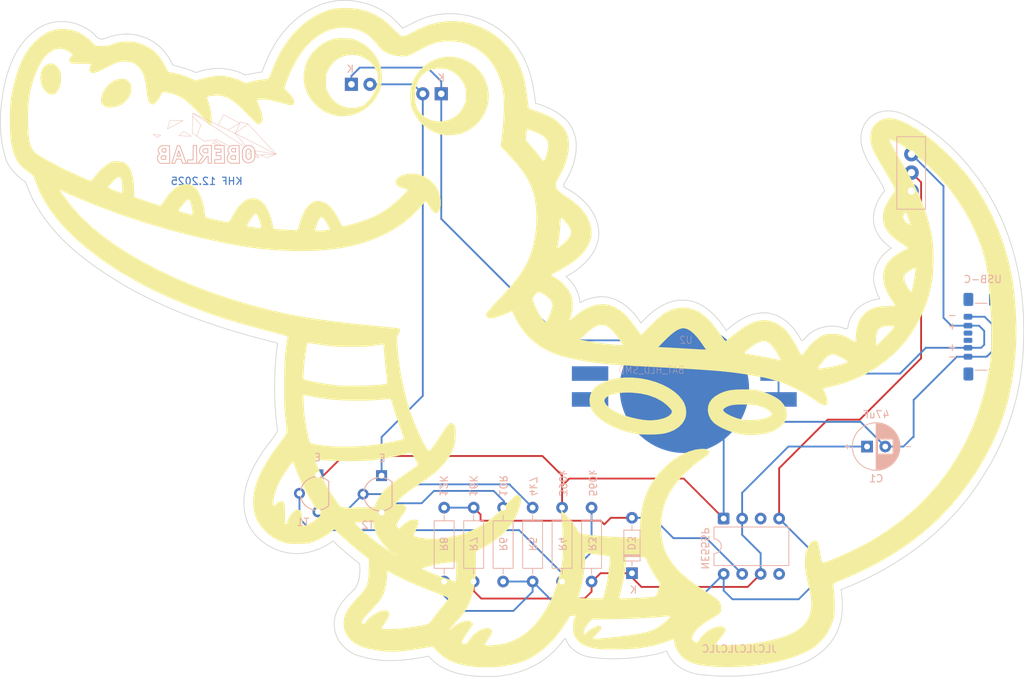
<source format=kicad_pcb>
(kicad_pcb (version 20241229) (generator "pcbnew") (generator_version "9.0")
  (layers (0 "F.Cu" signal) (2 "B.Cu" signal) (13 "F.Paste" user) (15 "B.Paste" user) (5 "F.SilkS" user "F.Silkscreen") (7 "B.SilkS" user "B.Silkscreen") (1 "F.Mask" user) (3 "B.Mask" user) (25 "Edge.Cuts" user))
  (net 0 "")
  (net 1 "Net-(D3-K)")
  (net 2 "Net-(D1-K)")
  (net 3 "Net-(D1-A)")
  (net 4 "Net-(D3-A)")
  (net 5 "Net-(Q1-C)")
  (net 6 "Net-(Q1-B)")
  (net 7 "Net-(Q2-C)")
  (net 8 "Net-(S1-E)")
  (net 9 "Net-(S1-A-Pad1)")
  (footprint "LOGO" (layer "F.Cu") (at 141.5405 78.0618)
    (property "Reference" "G***" (hide yes))
    (property "Value" "LOGO" (hide yes))
  )
  (footprint "LOGO" (layer "F.Cu") (at 141.5405 78.0618)
    (property "Reference" "G***" (hide yes))
    (property "Value" "LOGO" (hide yes))
  )
  (footprint "!Goody:LED_D3.0mm" (layer "F.Cu") (at 128.8 56.6 180)
    (property "Reference" "D2" (hide yes))
    (property "Value" "LED" (hide yes))
  )
  (footprint "!Goody:ob-logo_B.SilkS" (layer "F.Cu") (at 103 80.1)
    (property "Reference" "G***" (hide yes))
    (property "Value" "LOGO" (hide yes))
  )
  (footprint "LOGO" (layer "F.Cu") (at 141.5405 78.0618)
    (property "Reference" "G***" (hide yes))
    (property "Value" "LOGO" (hide yes))
  )
  (footprint "!Goody:LED_D3.0mm" (layer "F.Cu") (at 116.46 55.3)
    (property "Reference" "D1" (hide yes))
    (property "Value" "LED" (hide yes))
  )
  (footprint "LOGO" (layer "F.Cu") (at 141.5405 78.0618)
    (property "Reference" "G***" (hide yes))
    (property "Value" "LOGO" (hide yes))
  )
  (footprint "LOGO" (layer "F.Cu") (at 141.5405 78.0618)
    (property "Reference" "G***" (hide yes))
    (property "Value" "LOGO" (hide yes))
  )
  (footprint "LOGO" (layer "F.Cu") (at 141.5405 78.0618)
    (property "Reference" "G***" (hide yes))
    (property "Value" "LOGO" (hide yes))
  )
  (footprint "LOGO" (layer "F.Cu") (at 141.5405 78.0618)
    (property "Reference" "G***" (hide yes))
    (property "Value" "LOGO" (hide yes))
  )
  (footprint "!Goody:Micro_SchalterKHF" (layer "B.Cu") (at 193.4 64.9 -90)
    (property "Reference" "S1" (hide yes))
    (property "Value" "Micro_Schalter")
  )
  (footprint "Package_DIP:DIP-8_W7.62mm" (layer "B.Cu") (at 167.6 115 -90)
    (property "Reference" "U1" (hide yes))
    (property "Value" "NE555P")
  )
  (footprint "!Goody:TO-92L_Wide" (layer "B.Cu") (at 120.6 109.1 -90)
    (property "Reference" "Q2" (hide yes))
    (property "Value" "Q_NPN_EBC")
  )
  (footprint "Resistor_THT:R_Axial_DIN0207_L6.3mm_D2.5mm_P10.16mm_Horizontal" (layer "B.Cu") (at 149.45 123.66 90)
    (property "Reference" "R3")
    (property "Value" "560k")
  )
  (footprint "Resistor_THT:R_Axial_DIN0207_L6.3mm_D2.5mm_P10.16mm_Horizontal" (layer "B.Cu") (at 137.3 123.66 90)
    (property "Reference" "R6")
    (property "Value" "10R")
  )
  (footprint "Resistor_THT:R_Axial_DIN0207_L6.3mm_D2.5mm_P10.16mm_Horizontal" (layer "B.Cu") (at 129.2 123.66 90)
    (property "Reference" "R8")
    (property "Value" "12K")
  )
  (footprint "Connector_USB:USB_C_Receptacle_GCT_USB4135-GF-A_6P_TopMnt_Horizontal" (layer "B.Cu") (at 204.2 90 -90)
    (property "Reference" "USB-C")
    (property "Value" "USB_C_Receptacle_GCT_USB4135-GF-A_6P_TopMnt_Horizontal")
  )
  (footprint "!Goody:TO-92L_Wide" (layer "B.Cu") (at 111.857615 109 -90)
    (property "Reference" "Q1" (hide yes))
    (property "Value" "Q_NPN_EBC")
  )
  (footprint "!Goody:1N4147_P7.62mm_Horizontal" (layer "B.Cu") (at 155 122.52 90)
    (property "Reference" "D3")
    (property "Value" "1N4148")
  )
  (footprint "Resistor_THT:R_Axial_DIN0207_L6.3mm_D2.5mm_P10.16mm_Horizontal" (layer "B.Cu") (at 141.35 123.66 90)
    (property "Reference" "R5")
    (property "Value" "4k7")
  )
  (footprint "Resistor_THT:R_Axial_DIN0207_L6.3mm_D2.5mm_P10.16mm_Horizontal" (layer "B.Cu") (at 145.4 123.66 90)
    (property "Reference" "R4")
    (property "Value" "390k")
  )
  (footprint "Resistor_THT:R_Axial_DIN0207_L6.3mm_D2.5mm_P10.16mm_Horizontal" (layer "B.Cu") (at 133.25 123.66 90)
    (property "Reference" "R7")
    (property "Value" "16K")
  )
  (footprint "!Goody:C_Radial_D6.3mm_P2.50mm" (layer "B.Cu") (at 187.3 105.1)
    (property "Reference" "C1")
    (property "Value" "47uF")
  )
  (footprint "!Goody:BAT-HLD-SMD-Blech" (layer "B.Cu") (at 162.2 97.1)
    (property "Reference" "U2")
    (property "Value" "BAT_HLD_SMD")
  )
  (gr_arc (start 118.139055 111.556175) (mid 119.6 109.51235) (end 122.060146 110.02153) (stroke (width 0.15)) (layer "B.SilkS"))
  (gr_arc (start 109.439055 111.456175) (mid 110.9 109.41235) (end 113.360146 109.92153) (stroke (width 0.15)) (layer "B.SilkS"))
  (gr_arc (start 122.060146 113.29082) (mid 119.6 113.8) (end 118.139055 111.756175) (stroke (width 0.15)) (layer "B.SilkS"))
  (gr_line (start 122.039055 109.956175) (end 122.039055 113.256175) (stroke (width 0.15)) (layer "B.SilkS"))
  (gr_arc (start 113.360146 113.19082) (mid 110.9 113.7) (end 109.439055 111.656175) (stroke (width 0.15)) (layer "B.SilkS"))
  (gr_line (start 113.339055 109.856175) (end 113.339055 113.156175) (stroke (width 0.15)) (layer "B.SilkS"))
  (gr_line (start 95.9388 53.4183) (end 95.5236 53.5398) (stroke (width 0.1)) (layer "Edge.Cuts"))
  (gr_line (start 122.9111 46.9623) (end 122.3102 46.3507) (stroke (width 0.1)) (layer "Edge.Cuts"))
  (gr_line (start 183.8695 125.9918) (end 183.8105 125.3758) (stroke (width 0.1)) (layer "Edge.Cuts"))
  (gr_line (start 187.3005 60.258) (end 187.1095 60.5139) (stroke (width 0.1)) (layer "Edge.Cuts"))
  (gr_line (start 95.5236 53.5398) (end 95.1156 53.6812) (stroke (width 0.1)) (layer "Edge.Cuts"))
  (gr_line (start 116.662 133.5458) (end 116.9897 133.7008) (stroke (width 0.1)) (layer "Edge.Cuts"))
  (gr_line (start 200.9065 66.1215) (end 200.3285 65.4621) (stroke (width 0.1)) (layer "Edge.Cuts"))
  (gr_line (start 174.0665 136.1098) (end 174.8715 135.9408) (stroke (width 0.1)) (layer "Edge.Cuts"))
  (gr_line (start 195.1385 118.2848) (end 195.7375 117.7938) (stroke (width 0.1)) (layer "Edge.Cuts"))
  (gr_line (start 91.4044 51.6971) (end 91.2096 51.3986) (stroke (width 0.1)) (layer "Edge.Cuts"))
  (gr_line (start 74.0037 47.262) (end 73.516 47.5377) (stroke (width 0.1)) (layer "Edge.Cuts"))
  (gr_line (start 114.0834 129.4738) (end 114.0997 129.8388) (stroke (width 0.1)) (layer "Edge.Cuts"))
  (gr_line (start 84.9047 48.4135) (end 84.5666 48.4522) (stroke (width 0.1)) (layer "Edge.Cuts"))
  (gr_line (start 188.2015 81.9309) (end 188.2185 82.3126) (stroke (width 0.1)) (layer "Edge.Cuts"))
  (gr_line (start 102.0666 115.2298) (end 102.1907 115.5468) (stroke (width 0.1)) (layer "Edge.Cuts"))
  (gr_line (start 147.0978 133.1598) (end 147.3362 133.3288) (stroke (width 0.1)) (layer "Edge.Cuts"))
  (gr_line (start 149.27 79.0145) (end 149.5445 78.6257) (stroke (width 0.1)) (layer "Edge.Cuts"))
  (gr_line (start 88.8948 49.2371) (end 88.5789 49.0738) (stroke (width 0.1)) (layer "Edge.Cuts"))
  (gr_line (start 184.4005 88.9213) (end 184.2685 88.9019) (stroke (width 0.1)) (layer "Edge.Cuts"))
  (gr_line (start 182.9545 131.0478) (end 183.1785 130.6028) (stroke (width 0.1)) (layer "Edge.Cuts"))
  (gr_line (start 180.1875 89.0845) (end 179.8825 89.2546) (stroke (width 0.1)) (layer "Edge.Cuts"))
  (gr_line (start 106.0625 103.3668) (end 105.7821 103.7858) (stroke (width 0.1)) (layer "Edge.Cuts"))
  (gr_line (start 121.9647 134.5408) (end 122.5348 134.5258) (stroke (width 0.1)) (layer "Edge.Cuts"))
  (gr_line (start 128.2501 135.0268) (end 128.694 135.3188) (stroke (width 0.1)) (layer "Edge.Cuts"))
  (gr_line (start 99.6844 89.0572) (end 101 89.4534) (stroke (width 0.1)) (layer "Edge.Cuts"))
  (gr_line (start 115.0048 132.1758) (end 115.2354 132.4518) (stroke (width 0.1)) (layer "Edge.Cuts"))
  (gr_line (start 190.0585 58.9466) (end 189.7515 58.9665) (stroke (width 0.1)) (layer "Edge.Cuts"))
  (gr_line (start 109.5485 119.7968) (end 109.8818 119.7618) (stroke (width 0.1)) (layer "Edge.Cuts"))
  (gr_line (start 101.897 114.6488) (end 102.0666 115.2298) (stroke (width 0.1)) (layer "Edge.Cuts"))
  (gr_line (start 185.4805 86.682) (end 185.2665 86.9889) (stroke (width 0.1)) (layer "Edge.Cuts"))
  (gr_line (start 77.0376 76.8944) (end 77.8235 77.6351) (stroke (width 0.1)) (layer "Edge.Cuts"))
  (gr_line (start 149.1325 72.2059) (end 148.8113 71.8125) (stroke (width 0.1)) (layer "Edge.Cuts"))
  (gr_line (start 208.6265 84.8634) (end 208.4585 83.4467) (stroke (width 0.1)) (layer "Edge.Cuts"))
  (gr_line (start 115.7044 119.6978) (end 116.63 120.4658) (stroke (width 0.1)) (layer "Edge.Cuts"))
  (gr_line (start 187.1095 60.5139) (end 186.9425 60.7856) (stroke (width 0.1)) (layer "Edge.Cuts"))
  (gr_line (start 100.6409 53.4904) (end 100.2256 53.3707) (stroke (width 0.1)) (layer "Edge.Cuts"))
  (gr_line (start 179.0555 89.9023) (end 178.8135 90.1636) (stroke (width 0.1)) (layer "Edge.Cuts"))
  (gr_line (start 72.6372 71.0506) (end 72.8363 71.4289) (stroke (width 0.1)) (layer "Edge.Cuts"))
  (gr_line (start 186.8375 64.6034) (end 186.9865 64.9807) (stroke (width 0.1)) (layer "Edge.Cuts"))
  (gr_line (start 78.6368 78.3486) (end 79.4743 79.0361) (stroke (width 0.1)) (layer "Edge.Cuts"))
  (gr_line (start 208.3685 95.6108) (end 208.5435 94.3528) (stroke (width 0.1)) (layer "Edge.Cuts"))
  (gr_line (start 201.5765 111.6278) (end 202.0305 110.9998) (stroke (width 0.1)) (layer "Edge.Cuts"))
  (gr_line (start 68.2226 60.6489) (end 68.2368 61.2257) (stroke (width 0.1)) (layer "Edge.Cuts"))
  (gr_line (start 176.8265 88.4489) (end 176.5305 88.1617) (stroke (width 0.1)) (layer "Edge.Cuts"))
  (gr_line (start 70.4727 67.7638) (end 70.8468 68.0948) (stroke (width 0.1)) (layer "Edge.Cuts"))
  (gr_line (start 186.5365 63.5963) (end 186.6115 63.9102) (stroke (width 0.1)) (layer "Edge.Cuts"))
  (gr_line (start 186.4545 62.631) (end 186.4575 62.9545) (stroke (width 0.1)) (layer "Edge.Cuts"))
  (gr_line (start 99.8042 53.2747) (end 99.3779 53.202) (stroke (width 0.1)) (layer "Edge.Cuts"))
  (gr_line (start 111.2797 119.4448) (end 111.6848 119.3088) (stroke (width 0.1)) (layer "Edge.Cuts"))
  (gr_line (start 147.7112 70.7476) (end 147.3088 70.4334) (stroke (width 0.1)) (layer "Edge.Cuts"))
  (gr_line (start 204.1815 70.7107) (end 203.8125 70.1001) (stroke (width 0.1)) (layer "Edge.Cuts"))
  (gr_line (start 203.0295 68.9037) (end 202.5285 68.1889) (stroke (width 0.1)) (layer "Edge.Cuts"))
  (gr_line (start 138.0499 48.8138) (end 137.7312 48.5141) (stroke (width 0.1)) (layer "Edge.Cuts"))
  (gr_line (start 120.8273 134.5128) (end 121.3953 134.5378) (stroke (width 0.1)) (layer "Edge.Cuts"))
  (gr_line (start 150.2634 74.4287) (end 150.1104 73.9524) (stroke (width 0.1)) (layer "Edge.Cuts"))
  (gr_line (start 107.5446 119.6828) (end 108.209 119.7808) (stroke (width 0.1)) (layer "Edge.Cuts"))
  (gr_line (start 200.1325 113.4468) (end 200.6275 112.8518) (stroke (width 0.1)) (layer "Edge.Cuts"))
  (gr_line (start 200.3285 65.4621) (end 199.7305 64.8196) (stroke (width 0.1)) (layer "Edge.Cuts"))
  (gr_line (start 187.7585 59.8025) (end 187.5175 60.0202) (stroke (width 0.1)) (layer "Edge.Cuts"))
  (gr_line (start 190.0845 77.3993) (end 190.6295 77.8238) (stroke (width 0.1)) (layer "Edge.Cuts"))
  (gr_line (start 70.8823 50.1371) (end 70.5463 50.6671) (stroke (width 0.1)) (layer "Edge.Cuts"))
  (gr_line (start 156.8445 87.4798) (end 156.5425 87.7979) (stroke (width 0.1)) (layer "Edge.Cuts"))
  (gr_line (start 105.0437 118.7348) (end 105.6351 119.0508) (stroke (width 0.1)) (layer "Edge.Cuts"))
  (gr_line (start 104.0045 106.2398) (end 103.6851 106.7328) (stroke (width 0.1)) (layer "Edge.Cuts"))
  (gr_line (start 114.9967 126.7888) (end 114.8027 127.0978) (stroke (width 0.1)) (layer "Edge.Cuts"))
  (gr_line (start 76.2818 76.125) (end 77.0376 76.8944) (stroke (width 0.1)) (layer "Edge.Cuts"))
  (gr_line (start 99.3779 53.202) (end 98.948 53.1523) (stroke (width 0.1)) (layer "Edge.Cuts"))
  (gr_line (start 198.5715 115.1638) (end 199.1045 114.6028) (stroke (width 0.1)) (layer "Edge.Cuts"))
  (gr_line (start 145.7552 59.9811) (end 145.4736 59.7294) (stroke (width 0.1)) (layer "Edge.Cuts"))
  (gr_line (start 166.7035 136.6398) (end 167.5255 136.6708) (stroke (width 0.1)) (layer "Edge.Cuts"))
  (gr_line (start 202.0305 110.9998) (end 202.4705 110.3598) (stroke (width 0.1)) (layer "Edge.Cuts"))
  (gr_line (start 147.2078 62.5151) (end 147.0808 62.0603) (stroke (width 0.1)) (layer "Edge.Cuts"))
  (gr_line (start 182.9015 88.5668) (end 182.5515 88.5484) (stroke (width 0.1)) (layer "Edge.Cuts"))
  (gr_line (start 190.3125 78.0372) (end 190.0115 78.2742) (stroke (width 0.1)) (layer "Edge.Cuts"))
  (gr_line (start 91.9384 86.2599) (end 93.2074 86.7823) (stroke (width 0.1)) (layer "Edge.Cuts"))
  (gr_line (start 132.2272 136.5268) (end 132.7648 136.6008) (stroke (width 0.1)) (layer "Edge.Cuts"))
  (gr_line (start 94.4863 87.2806) (end 95.7744 87.756) (stroke (width 0.1)) (layer "Edge.Cuts"))
  (gr_line (start 92.7118 52.854) (end 91.9085 52.6363) (stroke (width 0.1)) (layer "Edge.Cuts"))
  (gr_line (start 189.3405 76.6757) (end 189.5755 76.9294) (stroke (width 0.1)) (layer "Edge.Cuts"))
  (gr_line (start 145.9189 69.5776) (end 145.8243 69.5244) (stroke (width 0.1)) (layer "Edge.Cuts"))
  (gr_line (start 186.5825 123.5638) (end 187.9765 122.8878) (stroke (width 0.1)) (layer "Edge.Cuts"))
  (gr_line (start 191.8965 59.2396) (end 191.5965 59.1477) (stroke (width 0.1)) (layer "Edge.Cuts"))
  (gr_line (start 116.4128 125.1408) (end 115.9082 125.6478) (stroke (width 0.1)) (layer "Edge.Cuts"))
  (gr_line (start 102.1907 115.5468) (end 102.3311 115.8548) (stroke (width 0.1)) (layer "Edge.Cuts"))
  (gr_line (start 208.1495 96.8628) (end 208.3685 95.6108) (stroke (width 0.1)) (layer "Edge.Cuts"))
  (gr_line (start 205.9235 104.1348) (end 206.4025 102.9588) (stroke (width 0.1)) (layer "Edge.Cuts"))
  (gr_line (start 167.1715 88.035) (end 166.8835 87.6754) (stroke (width 0.1)) (layer "Edge.Cuts"))
  (gr_line (start 105.5268 50.5054) (end 105.1352 51.261) (stroke (width 0.1)) (layer "Edge.Cuts"))
  (gr_line (start 105.9235 98.4168) (end 106.0003 99.9248) (stroke (width 0.1)) (layer "Edge.Cuts"))
  (gr_line (start 121.3203 45.5349) (end 120.9515 45.3082) (stroke (width 0.1)) (layer "Edge.Cuts"))
  (gr_line (start 146.2867 132.3238) (end 146.4654 132.5568) (stroke (width 0.1)) (layer "Edge.Cuts"))
  (gr_line (start 180.5035 88.9375) (end 180.1875 89.0845) (stroke (width 0.1)) (layer "Edge.Cuts"))
  (gr_line (start 148.0977 71.0826) (end 147.7112 70.7476) (stroke (width 0.1)) (layer "Edge.Cuts"))
  (gr_line (start 114.2226 130.5688) (end 114.3237 130.9168) (stroke (width 0.1)) (layer "Edge.Cuts"))
  (gr_line (start 108.209 119.7808) (end 108.5435 119.8078) (stroke (width 0.1)) (layer "Edge.Cuts"))
  (gr_line (start 186.7095 64.2167) (end 186.8375 64.6034) (stroke (width 0.1)) (layer "Edge.Cuts"))
  (gr_line (start 167.9535 89.1481) (end 167.4465 88.4021) (stroke (width 0.1)) (layer "Edge.Cuts"))
  (gr_line (start 174.8315 87.0562) (end 174.4535 86.9181) (stroke (width 0.1)) (layer "Edge.Cuts"))
  (gr_line (start 141.5943 56.6462) (end 141.498 56.0269) (stroke (width 0.1)) (layer "Edge.Cuts"))
  (gr_line (start 73.619 72.7314) (end 74.2248 73.63) (stroke (width 0.1)) (layer "Edge.Cuts"))
  (gr_line (start 113.8555 43.8952) (end 113.4835 43.9708) (stroke (width 0.1)) (layer "Edge.Cuts"))
  (gr_line (start 148.4925 85.0127) (end 148.1791 85.1583) (stroke (width 0.1)) (layer "Edge.Cuts"))
  (gr_line (start 188.2745 81.1762) (end 188.2215 81.5515) (stroke (width 0.1)) (layer "Edge.Cuts"))
  (gr_line (start 175.1985 87.2252) (end 174.8315 87.0562) (stroke (width 0.1)) (layer "Edge.Cuts"))
  (gr_line (start 183.9025 126.6098) (end 183.8695 125.9918) (stroke (width 0.1)) (layer "Edge.Cuts"))
  (gr_line (start 188.2195 73.1435) (end 188.1835 73.5393) (stroke (width 0.1)) (layer "Edge.Cuts"))
  (gr_line (start 113.4835 43.9708) (end 112.7527 44.1651) (stroke (width 0.1)) (layer "Edge.Cuts"))
  (gr_line (start 185.7215 86.3951) (end 185.4805 86.682) (stroke (width 0.1)) (layer "Edge.Cuts"))
  (gr_line (start 181.4295 132.9948) (end 181.7825 132.6438) (stroke (width 0.1)) (layer "Edge.Cuts"))
  (gr_line (start 90.0444 50.0608) (end 89.7745 49.8313) (stroke (width 0.1)) (layer "Edge.Cuts"))
  (gr_line (start 69.2441 66.2022) (end 69.4994 66.6306) (stroke (width 0.1)) (layer "Edge.Cuts"))
  (gr_line (start 73.516 47.5377) (end 73.2817 47.6961) (stroke (width 0.1)) (layer "Edge.Cuts"))
  (gr_line (start 193.5325 60.0024) (end 192.7545 59.597) (stroke (width 0.1)) (layer "Edge.Cuts"))
  (gr_line (start 177.2525 135.3058) (end 178.0335 135.0508) (stroke (width 0.1)) (layer "Edge.Cuts"))
  (gr_line (start 140.4807 52.4118) (end 140.2251 51.8437) (stroke (width 0.1)) (layer "Edge.Cuts"))
  (gr_line (start 114.9964 43.7593) (end 114.9964 43.7593) (stroke (width 0.1)) (layer "Edge.Cuts"))
  (gr_line (start 115.2065 126.4888) (end 114.9967 126.7888) (stroke (width 0.1)) (layer "Edge.Cuts"))
  (gr_line (start 193.9115 119.2308) (end 194.5305 118.7638) (stroke (width 0.1)) (layer "Edge.Cuts"))
  (gr_line (start 146.9495 66.2529) (end 147.0835 65.7914) (stroke (width 0.1)) (layer "Edge.Cuts"))
  (gr_line (start 96.7864 53.2361) (end 96.3602 53.3169) (stroke (width 0.1)) (layer "Edge.Cuts"))
  (gr_line (start 115.4866 132.7108) (end 115.7566 132.9498) (stroke (width 0.1)) (layer "Edge.Cuts"))
  (gr_line (start 125.4932 46.5714) (end 125.0987 46.7695) (stroke (width 0.1)) (layer "Edge.Cuts"))
  (gr_line (start 70.1196 67.4103) (end 70.4727 67.7638) (stroke (width 0.1)) (layer "Edge.Cuts"))
  (gr_line (start 176.4655 135.5388) (end 177.2525 135.3058) (stroke (width 0.1)) (layer "Edge.Cuts"))
  (gr_line (start 208.6745 93.0888) (end 208.7615 91.8213) (stroke (width 0.1)) (layer "Edge.Cuts"))
  (gr_line (start 199.7305 64.8196) (end 199.1145 64.1953) (stroke (width 0.1)) (layer "Edge.Cuts"))
  (gr_line (start 148.9595 134.0018) (end 149.2495 134.0578) (stroke (width 0.1)) (layer "Edge.Cuts"))
  (gr_line (start 80.3333 79.6992) (end 81.2109 80.3392) (stroke (width 0.1)) (layer "Edge.Cuts"))
  (gr_line (start 85.9226 48.3911) (end 85.5833 48.3825) (stroke (width 0.1)) (layer "Edge.Cuts"))
  (gr_line (start 70.8468 68.0948) (end 71.2359 68.4044) (stroke (width 0.1)) (layer "Edge.Cuts"))
  (gr_line (start 164.6585 136.4878) (end 165.0655 136.5078) (stroke (width 0.1)) (layer "Edge.Cuts"))
  (gr_line (start 68.8604 65.1964) (end 69.0333 65.7466) (stroke (width 0.1)) (layer "Edge.Cuts"))
  (gr_line (start 145.4736 59.7294) (end 145.1768 59.4949) (stroke (width 0.1)) (layer "Edge.Cuts"))
  (gr_line (start 186.9425 60.7856) (end 186.8005 61.0711) (stroke (width 0.1)) (layer "Edge.Cuts"))
  (gr_line (start 187.9765 122.8878) (end 189.3475 122.1608) (stroke (width 0.1)) (layer "Edge.Cuts"))
  (gr_line (start 160.5405 85.155) (end 160.1235 85.284) (stroke (width 0.1)) (layer "Edge.Cuts"))
  (gr_line (start 145.6366 131.6488) (end 145.7393 131.5458) (stroke (width 0.1)) (layer "Edge.Cuts"))
  (gr_line (start 97.2163 53.1762) (end 96.7864 53.2361) (stroke (width 0.1)) (layer "Edge.Cuts"))
  (gr_line (start 150.1104 73.9524) (end 149.9179 73.4913) (stroke (width 0.1)) (layer "Edge.Cuts"))
  (gr_line (start 161.3995 84.9925) (end 160.9665 85.0571) (stroke (width 0.1)) (layer "Edge.Cuts"))
  (gr_line (start 82.0115 49.0565) (end 81.8274 49.0093) (stroke (width 0.1)) (layer "Edge.Cuts"))
  (gr_line (start 161.9075 135.6538) (end 162.2715 135.8468) (stroke (width 0.1)) (layer "Edge.Cuts"))
  (gr_line (start 189.4895 70.2292) (end 189.2545 70.5485) (stroke (width 0.1)) (layer "Edge.Cuts"))
  (gr_line (start 68.3859 62.9469) (end 68.4735 63.5154) (stroke (width 0.1)) (layer "Edge.Cuts"))
  (gr_line (start 188.5125 71.9762) (end 188.3865 72.3598) (stroke (width 0.1)) (layer "Edge.Cuts"))
  (gr_line (start 188.6575 83.9583) (end 188.8465 84.3837) (stroke (width 0.1)) (layer "Edge.Cuts"))
  (gr_line (start 138.9063 49.7391) (end 138.4957 49.2643) (stroke (width 0.1)) (layer "Edge.Cuts"))
  (gr_line (start 160.3765 134.3218) (end 160.6345 134.6368) (stroke (width 0.1)) (layer "Edge.Cuts"))
  (gr_line (start 146.4912 60.8478) (end 146.2656 60.5393) (stroke (width 0.1)) (layer "Edge.Cuts"))
  (gr_line (start 152.6746 84.8731) (end 152.2612 84.7231) (stroke (width 0.1)) (layer "Edge.Cuts"))
  (gr_line (start 90.3023 50.3044) (end 90.0444 50.0608) (stroke (width 0.1)) (layer "Edge.Cuts"))
  (gr_line (start 71.6482 49.1458) (end 71.2491 49.6292) (stroke (width 0.1)) (layer "Edge.Cuts"))
  (gr_line (start 110.0357 45.4575) (end 109.4152 45.8934) (stroke (width 0.1)) (layer "Edge.Cuts"))
  (gr_line (start 140.5838 135.6828) (end 141.2446 135.3828) (stroke (width 0.1)) (layer "Edge.Cuts"))
  (gr_line (start 156.0134 87.7584) (end 155.7538 87.3993) (stroke (width 0.1)) (layer "Edge.Cuts"))
  (gr_line (start 91.586 52.0036) (end 91.4044 51.6971) (stroke (width 0.1)) (layer "Edge.Cuts"))
  (gr_line (start 105.1727 104.5908) (end 104.5567 105.3928) (stroke (width 0.1)) (layer "Edge.Cuts"))
  (gr_line (start 146.0363 69.6235) (end 145.9189 69.5776) (stroke (width 0.1)) (layer "Edge.Cuts"))
  (gr_line (start 95.7744 87.756) (end 97.0707 88.2098) (stroke (width 0.1)) (layer "Edge.Cuts"))
  (gr_line (start 164.0595 85.4082) (end 163.6395 85.243) (stroke (width 0.1)) (layer "Edge.Cuts"))
  (gr_line (start 188.9225 76.127) (end 189.1225 76.4085) (stroke (width 0.1)) (layer "Edge.Cuts"))
  (gr_line (start 145.6974 69.3988) (end 145.6618 69.328) (stroke (width 0.1)) (layer "Edge.Cuts"))
  (gr_line (start 147.5513 80.6984) (end 147.9312 80.3968) (stroke (width 0.1)) (layer "Edge.Cuts"))
  (gr_line (start 106.0019 93.8878) (end 105.9253 95.3968) (stroke (width 0.1)) (layer "Edge.Cuts"))
  (gr_line (start 145.2998 132.1208) (end 145.4144 131.9648) (stroke (width 0.1)) (layer "Edge.Cuts"))
  (gr_line (start 187.2395 85.287) (end 186.9025 85.4624) (stroke (width 0.1)) (layer "Edge.Cuts"))
  (gr_line (start 184.5105 88.904) (end 184.4005 88.9213) (stroke (width 0.1)) (layer "Edge.Cuts"))
  (gr_line (start 112.0411 44.4141) (end 111.3501 44.7146) (stroke (width 0.1)) (layer "Edge.Cuts"))
  (gr_line (start 144.8663 59.2765) (end 144.5439 59.0733) (stroke (width 0.1)) (layer "Edge.Cuts"))
  (gr_line (start 178.2075 90.4075) (end 178.1265 90.2718) (stroke (width 0.1)) (layer "Edge.Cuts"))
  (gr_line (start 83.0097 81.5559) (end 83.9252 82.1354) (stroke (width 0.1)) (layer "Edge.Cuts"))
  (gr_line (start 189.1225 76.4085) (end 189.3405 76.6757) (stroke (width 0.1)) (layer "Edge.Cuts"))
  (gr_line (start 171.1405 87.0801) (end 170.8195 87.2079) (stroke (width 0.1)) (layer "Edge.Cuts"))
  (gr_line (start 68.3841 57.7689) (end 68.276 58.9175) (stroke (width 0.1)) (layer "Edge.Cuts"))
  (gr_line (start 187.9485 85.0111) (end 187.5885 85.1363) (stroke (width 0.1)) (layer "Edge.Cuts"))
  (gr_line (start 101.7624 111.7088) (end 101.703 112.2958) (stroke (width 0.1)) (layer "Edge.Cuts"))
  (gr_line (start 87.9143 48.8055) (end 87.5909 48.6912) (stroke (width 0.1)) (layer "Edge.Cuts"))
  (gr_line (start 128.4124 45.6958) (end 127.9828 45.7673) (stroke (width 0.1)) (layer "Edge.Cuts"))
  (gr_line (start 203.4285 69.4976) (end 203.0295 68.9037) (stroke (width 0.1)) (layer "Edge.Cuts"))
  (gr_line (start 154.039 134.2338) (end 155.0901 134.1468) (stroke (width 0.1)) (layer "Edge.Cuts"))
  (gr_line (start 114.339 128.0738) (end 114.2317 128.4138) (stroke (width 0.1)) (layer "Edge.Cuts"))
  (gr_line (start 110.5421 119.6428) (end 110.8678 119.5588) (stroke (width 0.1)) (layer "Edge.Cuts"))
  (gr_line (start 186.5895 61.675) (end 186.5205 61.9891) (stroke (width 0.1)) (layer "Edge.Cuts"))
  (gr_line (start 147.9312 80.3968) (end 148.2961 80.0775) (stroke (width 0.1)) (layer "Edge.Cuts"))
  (gr_line (start 83.9252 82.1354) (end 84.8475 82.6975) (stroke (width 0.1)) (layer "Edge.Cuts"))
  (gr_line (start 206.0805 74.5289) (end 205.8005 73.8758) (stroke (width 0.1)) (layer "Edge.Cuts"))
  (gr_line (start 112.4711 118.9748) (end 112.8506 118.7778) (stroke (width 0.1)) (layer "Edge.Cuts"))
  (gr_line (start 137.4008 48.228) (end 137.0592 47.9556) (stroke (width 0.1)) (layer "Edge.Cuts"))
  (gr_line (start 101.7784 114.0628) (end 101.897 114.6488) (stroke (width 0.1)) (layer "Edge.Cuts"))
  (gr_line (start 139.2832 50.2363) (end 138.9063 49.7391) (stroke (width 0.1)) (layer "Edge.Cuts"))
  (gr_line (start 124.8128 134.3078) (end 125.9427 134.1318) (stroke (width 0.1)) (layer "Edge.Cuts"))
  (gr_line (start 147.1933 65.3251) (end 147.2763 64.8553) (stroke (width 0.1)) (layer "Edge.Cuts"))
  (gr_line (start 69.7931 67.0329) (end 70.1196 67.4103) (stroke (width 0.1)) (layer "Edge.Cuts"))
  (gr_line (start 150.4062 76.4296) (end 150.4554 75.941) (stroke (width 0.1)) (layer "Edge.Cuts"))
  (gr_line (start 111.3501 44.7146) (end 110.6811 45.0635) (stroke (width 0.1)) (layer "Edge.Cuts"))
  (gr_line (start 115.2354 132.4518) (end 115.4866 132.7108) (stroke (width 0.1)) (layer "Edge.Cuts"))
  (gr_line (start 138.5103 136.3568) (end 139.2141 136.1698) (stroke (width 0.1)) (layer "Edge.Cuts"))
  (gr_line (start 147.2614 83.331) (end 146.9906 82.883) (stroke (width 0.1)) (layer "Edge.Cuts"))
  (gr_line (start 117.6086 121.7408) (end 117.6145 122.2808) (stroke (width 0.1)) (layer "Edge.Cuts"))
  (gr_line (start 106.1304 101.4298) (end 106.3148 102.9288) (stroke (width 0.1)) (layer "Edge.Cuts"))
  (gr_line (start 127.1338 45.9632) (end 126.7155 46.0879) (stroke (width 0.1)) (layer "Edge.Cuts"))
  (gr_line (start 127.5564 45.8563) (end 127.1338 45.9632) (stroke (width 0.1)) (layer "Edge.Cuts"))
  (gr_line (start 185.1665 124.1898) (end 186.5825 123.5638) (stroke (width 0.1)) (layer "Edge.Cuts"))
  (gr_line (start 89.4338 85.1379) (end 90.6802 85.7122) (stroke (width 0.1)) (layer "Edge.Cuts"))
  (gr_line (start 196.4665 61.9042) (end 195.7595 61.3892) (stroke (width 0.1)) (layer "Edge.Cuts"))
  (gr_line (start 129.6391 135.8048) (end 130.1357 136.0018) (stroke (width 0.1)) (layer "Edge.Cuts"))
  (gr_line (start 154.1959 85.782) (end 153.8367 85.5141) (stroke (width 0.1)) (layer "Edge.Cuts"))
  (gr_line (start 117.5434 123.0898) (end 117.4929 123.3528) (stroke (width 0.1)) (layer "Edge.Cuts"))
  (gr_line (start 208.2405 82.0372) (end 207.9695 80.6375) (stroke (width 0.1)) (layer "Edge.Cuts"))
  (gr_line (start 101 89.4534) (end 102.3204 89.8327) (stroke (width 0.1)) (layer "Edge.Cuts"))
  (gr_line (start 103.2533 117.2458) (end 103.4773 117.4928) (stroke (width 0.1)) (layer "Edge.Cuts"))
  (gr_line (start 106.3148 102.9288) (end 106.0625 103.3668) (stroke (width 0.1)) (layer "Edge.Cuts"))
  (gr_line (start 148.4654 71.4378) (end 148.0977 71.0826) (stroke (width 0.1)) (layer "Edge.Cuts"))
  (gr_line (start 68.2683 61.8014) (end 68.3177 62.3754) (stroke (width 0.1)) (layer "Edge.Cuts"))
  (gr_line (start 146.3271 82.0754) (end 145.9398 81.7242) (stroke (width 0.1)) (layer "Edge.Cuts"))
  (gr_line (start 187.5885 85.1363) (end 187.2395 85.287) (stroke (width 0.1)) (layer "Edge.Cuts"))
  (gr_line (start 81.6542 48.93) (end 81.4952 48.8207) (stroke (width 0.1)) (layer "Edge.Cuts"))
  (gr_line (start 98.0822 53.1204) (end 97.6486 53.1375) (stroke (width 0.1)) (layer "Edge.Cuts"))
  (gr_line (start 172.1395 86.8045) (end 171.8005 86.8771) (stroke (width 0.1)) (layer "Edge.Cuts"))
  (gr_line (start 119.9266 44.7405) (end 119.5709 44.5796) (stroke (width 0.1)) (layer "Edge.Cuts"))
  (gr_line (start 114.6122 43.7891) (end 114.2319 43.8345) (stroke (width 0.1)) (layer "Edge.Cuts"))
  (gr_line (start 184.9265 87.6591) (end 184.8055 88.0208) (stroke (width 0.1)) (layer "Edge.Cuts"))
  (gr_line (start 179.5915 89.4476) (end 179.3145 89.6636) (stroke (width 0.1)) (layer "Edge.Cuts"))
  (gr_line (start 160.6345 134.6368) (end 160.9195 134.9278) (stroke (width 0.1)) (layer "Edge.Cuts"))
  (gr_line (start 136.3538 136.6908) (end 137.0776 136.6178) (stroke (width 0.1)) (layer "Edge.Cuts"))
  (gr_line (start 204.5345 71.3292) (end 204.1815 70.7107) (stroke (width 0.1)) (layer "Edge.Cuts"))
  (gr_line (start 130.1357 136.0018) (end 130.6451 136.1708) (stroke (width 0.1)) (layer "Edge.Cuts"))
  (gr_line (start 183.5955 88.6761) (end 183.2505 88.6093) (stroke (width 0.1)) (layer "Edge.Cuts"))
  (gr_line (start 73.0579 71.7969) (end 73.619 72.7314) (stroke (width 0.1)) (layer "Edge.Cuts"))
  (gr_line (start 147.3302 64.384) (end 147.3527 63.9126) (stroke (width 0.1)) (layer "Edge.Cuts"))
  (gr_line (start 149.4259 72.6173) (end 149.1325 72.2059) (stroke (width 0.1)) (layer "Edge.Cuts"))
  (gr_line (start 190.6905 121.3848) (end 192.0035 120.5598) (stroke (width 0.1)) (layer "Edge.Cuts"))
  (gr_line (start 105.8988 96.9068) (end 105.9235 98.4168) (stroke (width 0.1)) (layer "Edge.Cuts"))
  (gr_line (start 188.6645 71.6011) (end 188.5125 71.9762) (stroke (width 0.1)) (layer "Edge.Cuts"))
  (gr_line (start 148.8129 84.8827) (end 148.4925 85.0127) (stroke (width 0.1)) (layer "Edge.Cuts"))
  (gr_line (start 177.6135 89.3995) (end 177.3685 89.0702) (stroke (width 0.1)) (layer "Edge.Cuts"))
  (gr_line (start 146.0198 60.2507) (end 145.7552 59.9811) (stroke (width 0.1)) (layer "Edge.Cuts"))
  (gr_line (start 188.2845 74.716) (end 188.3945 75.0974) (stroke (width 0.1)) (layer "Edge.Cuts"))
  (gr_line (start 148.8113 71.8125) (end 148.4654 71.4378) (stroke (width 0.1)) (layer "Edge.Cuts"))
  (gr_line (start 81.3535 48.6833) (end 81.2321 48.5202) (stroke (width 0.1)) (layer "Edge.Cuts"))
  (gr_line (start 150.1494 84.5478) (end 149.8084 84.6008) (stroke (width 0.1)) (layer "Edge.Cuts"))
  (gr_line (start 208.7615 91.8213) (end 208.8035 90.5516) (stroke (width 0.1)) (layer "Edge.Cuts"))
  (gr_line (start 180.6655 133.6358) (end 181.0565 133.3258) (stroke (width 0.1)) (layer "Edge.Cuts"))
  (gr_line (start 144.5439 59.0733) (end 144.2112 58.8844) (stroke (width 0.1)) (layer "Edge.Cuts"))
  (gr_line (start 119.1364 134.2968) (end 119.6973 134.3948) (stroke (width 0.1)) (layer "Edge.Cuts"))
  (gr_line (start 147.0808 62.0603) (end 146.9106 61.6138) (stroke (width 0.1)) (layer "Edge.Cuts"))
  (gr_line (start 83.2385 48.7523) (end 82.5984 48.9838) (stroke (width 0.1)) (layer "Edge.Cuts"))
  (gr_line (start 112.8506 118.7778) (end 113.2199 118.5628) (stroke (width 0.1)) (layer "Edge.Cuts"))
  (gr_line (start 105.4826 104.1918) (end 105.1727 104.5908) (stroke (width 0.1)) (layer "Edge.Cuts"))
  (gr_line (start 155.4761 87.0483) (end 155.1808 86.7082) (stroke (width 0.1)) (layer "Edge.Cuts"))
  (gr_line (start 162.2895 84.9725) (end 161.8405 84.9636) (stroke (width 0.1)) (layer "Edge.Cuts"))
  (gr_line (start 135.6283 136.7268) (end 136.3538 136.6908) (stroke (width 0.1)) (layer "Edge.Cuts"))
  (gr_line (start 118.8421 44.3004) (end 118.0937 44.0781) (stroke (width 0.1)) (layer "Edge.Cuts"))
  (gr_line (start 138.4957 49.2643) (end 138.0499 48.8138) (stroke (width 0.1)) (layer "Edge.Cuts"))
  (gr_line (start 114.4715 127.7408) (end 114.339 128.0738) (stroke (width 0.1)) (layer "Edge.Cuts"))
  (gr_line (start 148.1791 85.1583) (end 147.8734 85.318) (stroke (width 0.1)) (layer "Edge.Cuts"))
  (gr_line (start 70.5463 50.6671) (end 70.2395 51.2167) (stroke (width 0.1)) (layer "Edge.Cuts"))
  (gr_line (start 89.7745 49.8313) (end 89.4928 49.6168) (stroke (width 0.1)) (layer "Edge.Cuts"))
  (gr_line (start 125.9427 134.1318) (end 127.0609 133.9288) (stroke (width 0.1)) (layer "Edge.Cuts"))
  (gr_line (start 186.5205 61.9891) (end 186.4755 62.3084) (stroke (width 0.1)) (layer "Edge.Cuts"))
  (gr_line (start 188.4775 80.4449) (end 188.3605 80.8067) (stroke (width 0.1)) (layer "Edge.Cuts"))
  (gr_line (start 199.6245 114.0308) (end 200.1325 113.4468) (stroke (width 0.1)) (layer "Edge.Cuts"))
  (gr_line (start 170.8195 87.2079) (end 170.5045 87.3515) (stroke (width 0.1)) (layer "Edge.Cuts"))
  (gr_line (start 132.7443 45.9105) (end 132.3174 45.8155) (stroke (width 0.1)) (layer "Edge.Cuts"))
  (gr_line (start 188.0235 59.607) (end 187.7585 59.8025) (stroke (width 0.1)) (layer "Edge.Cuts"))
  (gr_line (start 149.8338 134.1198) (end 150.8817 134.2268) (stroke (width 0.1)) (layer "Edge.Cuts"))
  (gr_line (start 72.5494 48.2628) (end 72.0811 48.6896) (stroke (width 0.1)) (layer "Edge.Cuts"))
  (gr_line (start 163.6395 85.243) (end 163.2045 85.1135) (stroke (width 0.1)) (layer "Edge.Cuts"))
  (gr_line (start 184.6615 88.7458) (end 184.5975 88.8467) (stroke (width 0.1)) (layer "Edge.Cuts"))
  (gr_line (start 141.498 56.0269) (end 141.383 55.4092) (stroke (width 0.1)) (layer "Edge.Cuts"))
  (gr_line (start 181.8515 88.5834) (end 181.5055 88.6367) (stroke (width 0.1)) (layer "Edge.Cuts"))
  (gr_line (start 80.818 48.1475) (end 80.3714 47.8138) (stroke (width 0.1)) (layer "Edge.Cuts"))
  (gr_line (start 147.667 84.294) (end 147.4877 83.8028) (stroke (width 0.1)) (layer "Edge.Cuts"))
  (gr_line (start 180.8295 88.8138) (end 180.5035 88.9375) (stroke (width 0.1)) (layer "Edge.Cuts"))
  (gr_line (start 186.5795 85.6617) (end 186.2735 85.8841) (stroke (width 0.1)) (layer "Edge.Cuts"))
  (gr_line (start 118.0937 44.0781) (end 117.3304 43.9127) (stroke (width 0.1)) (layer "Edge.Cuts"))
  (gr_line (start 114.6269 127.4148) (end 114.4715 127.7408) (stroke (width 0.1)) (layer "Edge.Cuts"))
  (gr_line (start 147.3527 63.9126) (end 147.3413 63.4429) (stroke (width 0.1)) (layer "Edge.Cuts"))
  (gr_line (start 137.7973 136.5058) (end 138.5103 136.3568) (stroke (width 0.1)) (layer "Edge.Cuts"))
  (gr_line (start 69.0333 65.7466) (end 69.2441 66.2022) (stroke (width 0.1)) (layer "Edge.Cuts"))
  (gr_line (start 81.2109 80.3392) (end 82.1039 80.9577) (stroke (width 0.1)) (layer "Edge.Cuts"))
  (gr_line (start 184.2685 88.9019) (end 184.1135 88.8494) (stroke (width 0.1)) (layer "Edge.Cuts"))
  (gr_line (start 146.4685 69.8707) (end 146.0363 69.6235) (stroke (width 0.1)) (layer "Edge.Cuts"))
  (gr_line (start 149.4716 84.6753) (end 149.1395 84.7698) (stroke (width 0.1)) (layer "Edge.Cuts"))
  (gr_line (start 104.4835 118.3678) (end 105.0437 118.7348) (stroke (width 0.1)) (layer "Edge.Cuts"))
  (gr_line (start 183.6925 129.0628) (end 183.8055 128.4568) (stroke (width 0.1)) (layer "Edge.Cuts"))
  (gr_line (start 117.4929 123.3528) (end 117.4268 123.6108) (stroke (width 0.1)) (layer "Edge.Cuts"))
  (gr_line (start 171.8005 86.8771) (end 171.4675 86.9694) (stroke (width 0.1)) (layer "Edge.Cuts"))
  (gr_line (start 207.8875 98.1058) (end 208.1495 96.8628) (stroke (width 0.1)) (layer "Edge.Cuts"))
  (gr_line (start 122.5348 134.5258) (end 123.1053 134.4928) (stroke (width 0.1)) (layer "Edge.Cuts"))
  (gr_line (start 189.5755 76.9294) (end 189.8235 77.1704) (stroke (width 0.1)) (layer "Edge.Cuts"))
  (gr_line (start 68.2368 61.2257) (end 68.2683 61.8014) (stroke (width 0.1)) (layer "Edge.Cuts"))
  (gr_line (start 165.2275 86.0893) (end 164.8535 85.8341) (stroke (width 0.1)) (layer "Edge.Cuts"))
  (gr_line (start 197.8275 63.006) (end 197.1565 62.4436) (stroke (width 0.1)) (layer "Edge.Cuts"))
  (gr_line (start 112.0823 119.1528) (end 112.4711 118.9748) (stroke (width 0.1)) (layer "Edge.Cuts"))
  (gr_line (start 104.2683 105.8078) (end 104.0045 106.2398) (stroke (width 0.1)) (layer "Edge.Cuts"))
  (gr_line (start 145.7875 131.5218) (end 145.8333 131.5198) (stroke (width 0.1)) (layer "Edge.Cuts"))
  (gr_line (start 156.5425 87.7979) (end 156.2543 88.1227) (stroke (width 0.1)) (layer "Edge.Cuts"))
  (gr_line (start 201.1085 112.2458) (end 201.5765 111.6278) (stroke (width 0.1)) (layer "Edge.Cuts"))
  (gr_line (start 153.8367 85.5141) (end 153.463 85.2715) (stroke (width 0.1)) (layer "Edge.Cuts"))
  (gr_line (start 73.2817 47.6961) (end 73.0545 47.8682) (stroke (width 0.1)) (layer "Edge.Cuts"))
  (gr_line (start 121.9959 46.0607) (end 121.6672 45.7873) (stroke (width 0.1)) (layer "Edge.Cuts"))
  (gr_line (start 131.8875 45.7364) (end 131.4552 45.6733) (stroke (width 0.1)) (layer "Edge.Cuts"))
  (gr_line (start 98.5157 53.1252) (end 98.0822 53.1204) (stroke (width 0.1)) (layer "Edge.Cuts"))
  (gr_line (start 103.3798 107.2408) (end 103.0913 107.7638) (stroke (width 0.1)) (layer "Edge.Cuts"))
  (gr_line (start 130.1497 45.5822) (end 129.7137 45.5851) (stroke (width 0.1)) (layer "Edge.Cuts"))
  (gr_line (start 104.7819 52.0351) (end 104.459 52.8226) (stroke (width 0.1)) (layer "Edge.Cuts"))
  (gr_line (start 133.3036 136.6558) (end 133.8412 136.6938) (stroke (width 0.1)) (layer "Edge.Cuts"))
  (gr_line (start 207.2675 77.8779) (end 206.8345 76.5229) (stroke (width 0.1)) (layer "Edge.Cuts"))
  (gr_line (start 157.1795 133.8648) (end 158.2135 133.6778) (stroke (width 0.1)) (layer "Edge.Cuts"))
  (gr_line (start 173.6635 86.7444) (end 173.2525 86.7135) (stroke (width 0.1)) (layer "Edge.Cuts"))
  (gr_line (start 168.3475 136.6788) (end 169.1695 136.6648) (stroke (width 0.1)) (layer "Edge.Cuts"))
  (gr_line (start 208.8115 87.7083) (end 208.7435 86.2848) (stroke (width 0.1)) (layer "Edge.Cuts"))
  (gr_line (start 103.5701 53.6838) (end 102.9812 53.7957) (stroke (width 0.1)) (layer "Edge.Cuts"))
  (gr_line (start 154.5401 86.0722) (end 154.1959 85.782) (stroke (width 0.1)) (layer "Edge.Cuts"))
  (gr_line (start 169.5955 87.8649) (end 169.0215 88.263) (stroke (width 0.1)) (layer "Edge.Cuts"))
  (gr_line (start 206.8385 101.7668) (end 207.2315 100.5588) (stroke (width 0.1)) (layer "Edge.Cuts"))
  (gr_line (start 163.2045 85.1135) (end 162.7545 85.0224) (stroke (width 0.1)) (layer "Edge.Cuts"))
  (gr_line (start 136.3452 47.4524) (end 135.9739 47.2221) (stroke (width 0.1)) (layer "Edge.Cuts"))
  (gr_line (start 117.5726 121.2128) (end 117.6086 121.7408) (stroke (width 0.1)) (layer "Edge.Cuts"))
  (gr_line (start 116.6262 124.9618) (end 116.4128 125.1408) (stroke (width 0.1)) (layer "Edge.Cuts"))
  (gr_line (start 148.6728 133.9308) (end 148.9595 134.0018) (stroke (width 0.1)) (layer "Edge.Cuts"))
  (gr_line (start 88.5789 49.0738) (end 88.252 48.9296) (stroke (width 0.1)) (layer "Edge.Cuts"))
  (gr_line (start 172.4835 86.7527) (end 172.1395 86.8045) (stroke (width 0.1)) (layer "Edge.Cuts"))
  (gr_line (start 145.6426 69.2529) (end 145.647 69.0925) (stroke (width 0.1)) (layer "Edge.Cuts"))
  (gr_line (start 186.6115 63.9102) (end 186.7095 64.2167) (stroke (width 0.1)) (layer "Edge.Cuts"))
  (gr_line (start 170.5045 87.3515) (end 170.1955 87.5098) (stroke (width 0.1)) (layer "Edge.Cuts"))
  (gr_line (start 175.8925 87.6461) (end 175.5525 87.4226) (stroke (width 0.1)) (layer "Edge.Cuts"))
  (gr_line (start 123.5004 47.5856) (end 122.9111 46.9623) (stroke (width 0.1)) (layer "Edge.Cuts"))
  (gr_line (start 85.7738 83.2437) (end 86.9797 83.9049) (stroke (width 0.1)) (layer "Edge.Cuts"))
  (gr_line (start 145.751 69.4645) (end 145.6974 69.3988) (stroke (width 0.1)) (layer "Edge.Cuts"))
  (gr_line (start 108.2551 46.8782) (end 107.7183 47.4206) (stroke (width 0.1)) (layer "Edge.Cuts"))
  (gr_line (start 158.9295 85.8358) (end 158.5525 86.0672) (stroke (width 0.1)) (layer "Edge.Cuts"))
  (gr_line (start 145.647 69.0925) (end 145.6975 68.9238) (stroke (width 0.1)) (layer "Edge.Cuts"))
  (gr_line (start 155.7538 87.3993) (end 155.4761 87.0483) (stroke (width 0.1)) (layer "Edge.Cuts"))
  (gr_line (start 69.9605 51.7833) (end 69.7077 52.3645) (stroke (width 0.1)) (layer "Edge.Cuts"))
  (gr_line (start 71.6341 68.6937) (end 71.9659 69.4806) (stroke (width 0.1)) (layer "Edge.Cuts"))
  (gr_line (start 102.487 116.1528) (end 102.6578 116.4418) (stroke (width 0.1)) (layer "Edge.Cuts"))
  (gr_line (start 114.6124 131.5758) (end 114.7965 131.8838) (stroke (width 0.1)) (layer "Edge.Cuts"))
  (gr_line (start 69.4795 52.9578) (end 69.2745 53.5606) (stroke (width 0.1)) (layer "Edge.Cuts"))
  (gr_line (start 109.8818 119.7618) (end 110.2132 119.7108) (stroke (width 0.1)) (layer "Edge.Cuts"))
  (gr_line (start 207.9695 80.6375) (end 207.6455 79.2502) (stroke (width 0.1)) (layer "Edge.Cuts"))
  (gr_line (start 148.2961 80.0775) (end 148.6428 79.7406) (stroke (width 0.1)) (layer "Edge.Cuts"))
  (gr_line (start 201.4665 66.7966) (end 200.9065 66.1215) (stroke (width 0.1)) (layer "Edge.Cuts"))
  (gr_line (start 102.9812 53.7957) (end 102.4008 53.9131) (stroke (width 0.1)) (layer "Edge.Cuts"))
  (gr_line (start 190.6295 77.8238) (end 190.3125 78.0372) (stroke (width 0.1)) (layer "Edge.Cuts"))
  (gr_line (start 139.9412 51.2905) (end 139.6278 50.7541) (stroke (width 0.1)) (layer "Edge.Cuts"))
  (gr_line (start 208.7435 86.2848) (end 208.6265 84.8634) (stroke (width 0.1)) (layer "Edge.Cuts"))
  (gr_line (start 172.4455 136.3828) (end 173.2575 136.2578) (stroke (width 0.1)) (layer "Edge.Cuts"))
  (gr_line (start 102.6578 116.4418) (end 102.8429 116.7198) (stroke (width 0.1)) (layer "Edge.Cuts"))
  (gr_line (start 106.2525 119.3158) (end 106.8907 119.5278) (stroke (width 0.1)) (layer "Edge.Cuts"))
  (gr_line (start 71.2359 68.4044) (end 71.6341 68.6937) (stroke (width 0.1)) (layer "Edge.Cuts"))
  (gr_line (start 146.4247 67.5907) (end 146.6177 67.1541) (stroke (width 0.1)) (layer "Edge.Cuts"))
  (gr_line (start 203.8125 70.1001) (end 203.4285 69.4976) (stroke (width 0.1)) (layer "Edge.Cuts"))
  (gr_line (start 75.0408 46.8702) (end 74.5134 47.0399) (stroke (width 0.1)) (layer "Edge.Cuts"))
  (gr_line (start 187.3325 65.7118) (end 187.7295 66.4193) (stroke (width 0.1)) (layer "Edge.Cuts"))
  (gr_line (start 88.252 48.9296) (end 87.9143 48.8055) (stroke (width 0.1)) (layer "Edge.Cuts"))
  (gr_line (start 127.4312 134.3338) (end 127.8284 134.6988) (stroke (width 0.1)) (layer "Edge.Cuts"))
  (gr_line (start 162.2715 135.8468) (end 162.6505 136.0148) (stroke (width 0.1)) (layer "Edge.Cuts"))
  (gr_line (start 146.6611 132.7738) (end 146.8723 132.9748) (stroke (width 0.1)) (layer "Edge.Cuts"))
  (gr_line (start 171.6295 136.4868) (end 172.4455 136.3828) (stroke (width 0.1)) (layer "Edge.Cuts"))
  (gr_line (start 116.63 120.4658) (end 117.5726 121.2128) (stroke (width 0.1)) (layer "Edge.Cuts"))
  (gr_line (start 191.5965 59.1477) (end 191.2935 59.0715) (stroke (width 0.1)) (layer "Edge.Cuts"))
  (gr_line (start 143.1685 58.3938) (end 142.4529 58.1208) (stroke (width 0.1)) (layer "Edge.Cuts"))
  (gr_line (start 174.8715 135.9408) (end 175.6715 135.7508) (stroke (width 0.1)) (layer "Edge.Cuts"))
  (gr_line (start 188.4975 83.5218) (end 188.6575 83.9583) (stroke (width 0.1)) (layer "Edge.Cuts"))
  (gr_line (start 145.9398 81.7242) (end 146.3504 81.4951) (stroke (width 0.1)) (layer "Edge.Cuts"))
  (gr_line (start 137.0776 136.6178) (end 137.7973 136.5058) (stroke (width 0.1)) (layer "Edge.Cuts"))
  (gr_line (start 145.8243 69.5244) (end 145.751 69.4645) (stroke (width 0.1)) (layer "Edge.Cuts"))
  (gr_line (start 183.1785 130.6028) (end 183.3705 130.1398) (stroke (width 0.1)) (layer "Edge.Cuts"))
  (gr_line (start 70.2395 51.2167) (end 69.9605 51.7833) (stroke (width 0.1)) (layer "Edge.Cuts"))
  (gr_line (start 142.4529 58.1208) (end 141.7367 57.8824) (stroke (width 0.1)) (layer "Edge.Cuts"))
  (gr_line (start 95.1156 53.6812) (end 94.728 53.5115) (stroke (width 0.1)) (layer "Edge.Cuts"))
  (gr_line (start 116.5567 43.8044) (end 115.7772 43.7532) (stroke (width 0.1)) (layer "Edge.Cuts"))
  (gr_line (start 145.8763 131.5438) (end 145.9162 131.5978) (stroke (width 0.1)) (layer "Edge.Cuts"))
  (gr_line (start 168.4735 88.6942) (end 167.9535 89.1481) (stroke (width 0.1)) (layer "Edge.Cuts"))
  (gr_line (start 189.5795 69.5612) (end 189.7405 69.9293) (stroke (width 0.1)) (layer "Edge.Cuts"))
  (gr_line (start 179.3985 134.4418) (end 179.8335 134.1948) (stroke (width 0.1)) (layer "Edge.Cuts"))
  (gr_line (start 137.7312 48.5141) (end 137.4008 48.228) (stroke (width 0.1)) (layer "Edge.Cuts"))
  (gr_line (start 145.9856 131.8088) (end 146.1263 132.0748) (stroke (width 0.1)) (layer "Edge.Cuts"))
  (gr_line (start 104.459 52.8226) (end 104.1585 53.6187) (stroke (width 0.1)) (layer "Edge.Cuts"))
  (gr_line (start 116.9791 124.5578) (end 116.8146 124.7668) (stroke (width 0.1)) (layer "Edge.Cuts"))
  (gr_line (start 145.6618 69.328) (end 145.6426 69.2529) (stroke (width 0.1)) (layer "Edge.Cuts"))
  (gr_line (start 146.2656 60.5393) (end 146.0198 60.2507) (stroke (width 0.1)) (layer "Edge.Cuts"))
  (gr_line (start 147.8734 85.318) (end 147.7965 84.8005) (stroke (width 0.1)) (layer "Edge.Cuts"))
  (gr_line (start 68.7832 55.4015) (end 68.6556 56.0175) (stroke (width 0.1)) (layer "Edge.Cuts"))
  (gr_line (start 114.0997 129.8388) (end 114.1527 130.2088) (stroke (width 0.1)) (layer "Edge.Cuts"))
  (gr_line (start 164.4635 85.6062) (end 164.0595 85.4082) (stroke (width 0.1)) (layer "Edge.Cuts"))
  (gr_line (start 143.8699 58.7088) (end 143.1685 58.3938) (stroke (width 0.1)) (layer "Edge.Cuts"))
  (gr_line (start 166.8835 87.6754) (end 166.5805 87.3262) (stroke (width 0.1)) (layer "Edge.Cuts"))
  (gr_line (start 169.0215 88.263) (end 168.4735 88.6942) (stroke (width 0.1)) (layer "Edge.Cuts"))
  (gr_line (start 186.9865 64.9807) (end 187.1515 65.3498) (stroke (width 0.1)) (layer "Edge.Cuts"))
  (gr_line (start 76.1322 46.6839) (end 75.5818 46.7519) (stroke (width 0.1)) (layer "Edge.Cuts"))
  (gr_line (start 86.5975 48.4585) (end 86.2609 48.4163) (stroke (width 0.1)) (layer "Edge.Cuts"))
  (gr_line (start 117.3304 43.9127) (end 116.5567 43.8044) (stroke (width 0.1)) (layer "Edge.Cuts"))
  (gr_line (start 105.8946 49.8495) (end 105.5268 50.5054) (stroke (width 0.1)) (layer "Edge.Cuts"))
  (gr_line (start 150.0003 77.7972) (end 150.1756 77.3578) (stroke (width 0.1)) (layer "Edge.Cuts"))
  (gr_line (start 106.7389 48.5897) (end 106.2991 49.2098) (stroke (width 0.1)) (layer "Edge.Cuts"))
  (gr_line (start 97.6486 53.1375) (end 97.2163 53.1762) (stroke (width 0.1)) (layer "Edge.Cuts"))
  (gr_line (start 117.3273 133.8308) (end 117.6731 133.9358) (stroke (width 0.1)) (layer "Edge.Cuts"))
  (gr_line (start 183.7305 124.7648) (end 185.1665 124.1898) (stroke (width 0.1)) (layer "Edge.Cuts"))
  (gr_line (start 129.2785 45.6048) (end 128.8445 45.6417) (stroke (width 0.1)) (layer "Edge.Cuts"))
  (gr_line (start 188.3145 84.9122) (end 187.9485 85.0111) (stroke (width 0.1)) (layer "Edge.Cuts"))
  (gr_line (start 176.2185 87.8933) (end 175.8925 87.6461) (stroke (width 0.1)) (layer "Edge.Cuts"))
  (gr_line (start 69.7077 52.3645) (end 69.4795 52.9578) (stroke (width 0.1)) (layer "Edge.Cuts"))
  (gr_line (start 190.3675 58.9484) (end 190.0585 58.9466) (stroke (width 0.1)) (layer "Edge.Cuts"))
  (gr_line (start 114.3237 130.9168) (end 114.4542 131.2528) (stroke (width 0.1)) (layer "Edge.Cuts"))
  (gr_line (start 189.0605 84.7965) (end 188.6865 84.8404) (stroke (width 0.1)) (layer "Edge.Cuts"))
  (gr_line (start 101.7083 113.4748) (end 101.7784 114.0628) (stroke (width 0.1)) (layer "Edge.Cuts"))
  (gr_line (start 159.3175 85.6266) (end 158.9295 85.8358) (stroke (width 0.1)) (layer "Edge.Cuts"))
  (gr_line (start 147.1591 80.9821) (end 147.5513 80.6984) (stroke (width 0.1)) (layer "Edge.Cuts"))
  (gr_line (start 68.9279 54.785) (end 68.7832 55.4015) (stroke (width 0.1)) (layer "Edge.Cuts"))
  (gr_line (start 126.7155 46.0879) (end 126.3022 46.2308) (stroke (width 0.1)) (layer "Edge.Cuts"))
  (gr_line (start 114.8027 127.0978) (end 114.6269 127.4148) (stroke (width 0.1)) (layer "Edge.Cuts"))
  (gr_line (start 133.8412 136.6938) (end 134.9038 136.7238) (stroke (width 0.1)) (layer "Edge.Cuts"))
  (gr_line (start 90.7812 50.8295) (end 90.5479 50.5609) (stroke (width 0.1)) (layer "Edge.Cuts"))
  (gr_line (start 116.3461 133.3688) (end 116.662 133.5458) (stroke (width 0.1)) (layer "Edge.Cuts"))
  (gr_line (start 188.2915 59.4322) (end 188.0235 59.607) (stroke (width 0.1)) (layer "Edge.Cuts"))
  (gr_line (start 82.5984 48.9838) (end 82.4002 49.0459) (stroke (width 0.1)) (layer "Edge.Cuts"))
  (gr_line (start 135.594 47.0061) (end 135.206 46.8046) (stroke (width 0.1)) (layer "Edge.Cuts"))
  (gr_line (start 77.7979 46.7701) (end 77.2444 46.6941) (stroke (width 0.1)) (layer "Edge.Cuts"))
  (gr_line (start 149.6887 73.046) (end 149.4259 72.6173) (stroke (width 0.1)) (layer "Edge.Cuts"))
  (gr_line (start 154.8686 86.3819) (end 154.5401 86.0722) (stroke (width 0.1)) (layer "Edge.Cuts"))
  (gr_line (start 206.3465 75.1881) (end 206.0805 74.5289) (stroke (width 0.1)) (layer "Edge.Cuts"))
  (gr_line (start 119.6973 134.3948) (end 120.2611 134.4658) (stroke (width 0.1)) (layer "Edge.Cuts"))
  (gr_line (start 98.3743 88.6431) (end 99.6844 89.0572) (stroke (width 0.1)) (layer "Edge.Cuts"))
  (gr_line (start 104.1585 53.6187) (end 103.865 53.6428) (stroke (width 0.1)) (layer "Edge.Cuts"))
  (gr_line (start 188.3865 72.3598) (end 188.2885 72.7496) (stroke (width 0.1)) (layer "Edge.Cuts"))
  (gr_line (start 147.4877 83.8028) (end 147.2614 83.331) (stroke (width 0.1)) (layer "Edge.Cuts"))
  (gr_line (start 108.8786 119.8198) (end 109.2139 119.8158) (stroke (width 0.1)) (layer "Edge.Cuts"))
  (gr_line (start 205.1965 72.5887) (end 204.8735 71.9553) (stroke (width 0.1)) (layer "Edge.Cuts"))
  (gr_line (start 178.0475 90.0831) (end 177.8395 89.7379) (stroke (width 0.1)) (layer "Edge.Cuts"))
  (gr_line (start 114.2317 128.4138) (end 114.1517 128.7608) (stroke (width 0.1)) (layer "Edge.Cuts"))
  (gr_line (start 106.0003 99.9248) (end 106.1304 101.4298) (stroke (width 0.1)) (layer "Edge.Cuts"))
  (gr_line (start 195.0345 60.8997) (end 194.2925 60.4371) (stroke (width 0.1)) (layer "Edge.Cuts"))
  (gr_line (start 183.3705 130.1398) (end 183.5295 129.6598) (stroke (width 0.1)) (layer "Edge.Cuts"))
  (gr_line (start 190.9865 59.012) (end 190.6775 58.9706) (stroke (width 0.1)) (layer "Edge.Cuts"))
  (gr_line (start 146.9106 61.6138) (end 146.6947 61.1772) (stroke (width 0.1)) (layer "Edge.Cuts"))
  (gr_line (start 93.2074 86.7823) (end 94.4863 87.2806) (stroke (width 0.1)) (layer "Edge.Cuts"))
  (gr_line (start 155.0901 134.1468) (end 156.1374 134.0228) (stroke (width 0.1)) (layer "Edge.Cuts"))
  (gr_line (start 143.1008 134.2588) (end 143.6689 133.8088) (stroke (width 0.1)) (layer "Edge.Cuts"))
  (gr_line (start 149.1395 84.7698) (end 148.8129 84.8827) (stroke (width 0.1)) (layer "Edge.Cuts"))
  (gr_line (start 197.4715 116.2508) (end 198.0275 115.7128) (stroke (width 0.1)) (layer "Edge.Cuts"))
  (gr_line (start 186.6825 61.3683) (end 186.5895 61.675) (stroke (width 0.1)) (layer "Edge.Cuts"))
  (gr_line (start 150.3739 74.9193) (end 150.2634 74.4287) (stroke (width 0.1)) (layer "Edge.Cuts"))
  (gr_line (start 188.7965 79.751) (end 188.6235 80.0924) (stroke (width 0.1)) (layer "Edge.Cuts"))
  (gr_line (start 165.5875 86.369) (end 165.2275 86.0893) (stroke (width 0.1)) (layer "Edge.Cuts"))
  (gr_line (start 68.5435 56.6307) (end 68.3841 57.7689) (stroke (width 0.1)) (layer "Edge.Cuts"))
  (gr_line (start 68.276 58.9175) (end 68.2429 59.4941) (stroke (width 0.1)) (layer "Edge.Cuts"))
  (gr_line (start 150.4389 75.4237) (end 150.3739 74.9193) (stroke (width 0.1)) (layer "Edge.Cuts"))
  (gr_line (start 103.0416 116.9878) (end 103.2533 117.2458) (stroke (width 0.1)) (layer "Edge.Cuts"))
  (gr_line (start 121.6672 45.7873) (end 121.3203 45.5349) (stroke (width 0.1)) (layer "Edge.Cuts"))
  (gr_line (start 79.3975 47.268) (end 78.8786 47.0582) (stroke (width 0.1)) (layer "Edge.Cuts"))
  (gr_line (start 140.7094 52.9928) (end 140.4807 52.4118) (stroke (width 0.1)) (layer "Edge.Cuts"))
  (gr_line (start 150.4554 75.941) (end 150.4389 75.4237) (stroke (width 0.1)) (layer "Edge.Cuts"))
  (gr_line (start 148.6428 79.7406) (end 148.9685 79.3862) (stroke (width 0.1)) (layer "Edge.Cuts"))
  (gr_line (start 147.0835 65.7914) (end 147.1933 65.3251) (stroke (width 0.1)) (layer "Edge.Cuts"))
  (gr_line (start 89.1995 49.4184) (end 88.8948 49.2371) (stroke (width 0.1)) (layer "Edge.Cuts"))
  (gr_line (start 150.4936 84.5177) (end 150.1494 84.5478) (stroke (width 0.1)) (layer "Edge.Cuts"))
  (gr_line (start 189.8235 77.1704) (end 190.0845 77.3993) (stroke (width 0.1)) (layer "Edge.Cuts"))
  (gr_line (start 131.6932 136.4308) (end 132.2272 136.5268) (stroke (width 0.1)) (layer "Edge.Cuts"))
  (gr_line (start 74.2248 73.63) (end 74.8725 74.4942) (stroke (width 0.1)) (layer "Edge.Cuts"))
  (gr_line (start 68.5813 64.0802) (end 68.71 64.6408) (stroke (width 0.1)) (layer "Edge.Cuts"))
  (gr_line (start 102.3204 89.8327) (end 103.6447 90.1965) (stroke (width 0.1)) (layer "Edge.Cuts"))
  (gr_line (start 120.9515 45.3082) (end 120.6174 45.1048) (stroke (width 0.1)) (layer "Edge.Cuts"))
  (gr_line (start 205.8005 73.8758) (end 205.5055 73.2289) (stroke (width 0.1)) (layer "Edge.Cuts"))
  (gr_line (start 108.5435 119.8078) (end 108.8786 119.8198) (stroke (width 0.1)) (layer "Edge.Cuts"))
  (gr_line (start 183.8055 128.4568) (end 183.8755 127.8448) (stroke (width 0.1)) (layer "Edge.Cuts"))
  (gr_line (start 149.5414 134.0968) (end 149.8338 134.1198) (stroke (width 0.1)) (layer "Edge.Cuts"))
  (gr_line (start 74.5134 47.0399) (end 74.0037 47.262) (stroke (width 0.1)) (layer "Edge.Cuts"))
  (gr_line (start 114.1527 130.2088) (end 114.2226 130.5688) (stroke (width 0.1)) (layer "Edge.Cuts"))
  (gr_line (start 146.6783 82.4631) (end 146.3271 82.0754) (stroke (width 0.1)) (layer "Edge.Cuts"))
  (gr_line (start 169.1695 136.6648) (end 169.9905 136.6278) (stroke (width 0.1)) (layer "Edge.Cuts"))
  (gr_line (start 141.7367 57.8824) (end 141.6734 57.2654) (stroke (width 0.1)) (layer "Edge.Cuts"))
  (gr_line (start 162.6505 136.0148) (end 163.0405 136.1588) (stroke (width 0.1)) (layer "Edge.Cuts"))
  (gr_line (start 96.3602 53.3169) (end 95.9388 53.4183) (stroke (width 0.1)) (layer "Edge.Cuts"))
  (gr_line (start 146.7579 81.2477) (end 147.1591 80.9821) (stroke (width 0.1)) (layer "Edge.Cuts"))
  (gr_line (start 102.3311 115.8548) (end 102.487 116.1528) (stroke (width 0.1)) (layer "Edge.Cuts"))
  (gr_line (start 147.3362 133.3288) (end 147.586 133.4818) (stroke (width 0.1)) (layer "Edge.Cuts"))
  (gr_line (start 188.8555 59.1678) (end 188.5695 59.2862) (stroke (width 0.1)) (layer "Edge.Cuts"))
  (gr_line (start 198.4805 63.5903) (end 197.8275 63.006) (stroke (width 0.1)) (layer "Edge.Cuts"))
  (gr_line (start 75.5591 75.3253) (end 76.2818 76.125) (stroke (width 0.1)) (layer "Edge.Cuts"))
  (gr_line (start 157.1605 87.1706) (end 156.8445 87.4798) (stroke (width 0.1)) (layer "Edge.Cuts"))
  (gr_line (start 177.3685 89.0702) (end 177.1055 88.7526) (stroke (width 0.1)) (layer "Edge.Cuts"))
  (gr_line (start 150.3119 76.9019) (end 150.4062 76.4296) (stroke (width 0.1)) (layer "Edge.Cuts"))
  (gr_line (start 164.8535 85.8341) (end 164.4635 85.6062) (stroke (width 0.1)) (layer "Edge.Cuts"))
  (gr_line (start 131.021 45.6265) (end 130.5856 45.5961) (stroke (width 0.1)) (layer "Edge.Cuts"))
  (gr_line (start 182.7015 131.4748) (end 182.9545 131.0478) (stroke (width 0.1)) (layer "Edge.Cuts"))
  (gr_line (start 105.7821 103.7858) (end 105.4826 104.1918) (stroke (width 0.1)) (layer "Edge.Cuts"))
  (gr_line (start 188.2725 82.6947) (end 188.3665 83.0756) (stroke (width 0.1)) (layer "Edge.Cuts"))
  (gr_line (start 152.2612 84.7231) (end 151.8358 84.6097) (stroke (width 0.1)) (layer "Edge.Cuts"))
  (gr_line (start 177.8395 89.7379) (end 177.6135 89.3995) (stroke (width 0.1)) (layer "Edge.Cuts"))
  (gr_line (start 118.5789 134.1708) (end 119.1364 134.2968) (stroke (width 0.1)) (layer "Edge.Cuts"))
  (gr_line (start 204.8385 106.4298) (end 205.4025 105.2928) (stroke (width 0.1)) (layer "Edge.Cuts"))
  (gr_line (start 149.5445 78.6257) (end 149.7889 78.2199) (stroke (width 0.1)) (layer "Edge.Cuts"))
  (gr_line (start 181.5055 88.6367) (end 181.1645 88.7135) (stroke (width 0.1)) (layer "Edge.Cuts"))
  (gr_line (start 149.7889 78.2199) (end 150.0003 77.7972) (stroke (width 0.1)) (layer "Edge.Cuts"))
  (gr_line (start 116.0437 133.1698) (end 116.3461 133.3688) (stroke (width 0.1)) (layer "Edge.Cuts"))
  (gr_line (start 177.1055 88.7526) (end 176.8265 88.4489) (stroke (width 0.1)) (layer "Edge.Cuts"))
  (gr_line (start 113.578 118.3298) (end 113.9242 118.0798) (stroke (width 0.1)) (layer "Edge.Cuts"))
  (gr_line (start 188.5475 75.4697) (end 188.7435 75.8307) (stroke (width 0.1)) (layer "Edge.Cuts"))
  (gr_line (start 120.6174 45.1048) (end 120.2756 44.9156) (stroke (width 0.1)) (layer "Edge.Cuts"))
  (gr_line (start 158.1865 86.3186) (end 157.8315 86.5878) (stroke (width 0.1)) (layer "Edge.Cuts"))
  (gr_line (start 195.7595 61.3892) (end 195.0345 60.8997) (stroke (width 0.1)) (layer "Edge.Cuts"))
  (gr_line (start 145.9964 68.4273) (end 146.2168 68.0156) (stroke (width 0.1)) (layer "Edge.Cuts"))
  (gr_line (start 189.7275 78.533) (end 189.4625 78.8119) (stroke (width 0.1)) (layer "Edge.Cuts"))
  (gr_line (start 188.8465 84.3837) (end 189.0605 84.7965) (stroke (width 0.1)) (layer "Edge.Cuts"))
  (gr_line (start 101.0489 53.6341) (end 100.6409 53.4904) (stroke (width 0.1)) (layer "Edge.Cuts"))
  (gr_line (start 188.3665 83.0756) (end 188.4975 83.5218) (stroke (width 0.1)) (layer "Edge.Cuts"))
  (gr_line (start 82.1039 80.9577) (end 83.0097 81.5559) (stroke (width 0.1)) (layer "Edge.Cuts"))
  (gr_line (start 146.7934 66.7076) (end 146.9495 66.2529) (stroke (width 0.1)) (layer "Edge.Cuts"))
  (gr_line (start 188.3945 75.0974) (end 188.5475 75.4697) (stroke (width 0.1)) (layer "Edge.Cuts"))
  (gr_line (start 158.5525 86.0672) (end 158.1865 86.3186) (stroke (width 0.1)) (layer "Edge.Cuts"))
  (gr_line (start 188.5695 59.2862) (end 188.2915 59.4322) (stroke (width 0.1)) (layer "Edge.Cuts"))
  (gr_line (start 146.9906 82.883) (end 146.6783 82.4631) (stroke (width 0.1)) (layer "Edge.Cuts"))
  (gr_line (start 119.5709 44.5796) (end 119.2092 44.4329) (stroke (width 0.1)) (layer "Edge.Cuts"))
  (gr_line (start 145.4144 131.9648) (end 145.6366 131.6488) (stroke (width 0.1)) (layer "Edge.Cuts"))
  (gr_line (start 182.2005 88.554) (end 181.8515 88.5834) (stroke (width 0.1)) (layer "Edge.Cuts"))
  (gr_line (start 86.9319 48.5181) (end 86.5975 48.4585) (stroke (width 0.1)) (layer "Edge.Cuts"))
  (gr_line (start 181.7825 132.6438) (end 182.1135 132.2738) (stroke (width 0.1)) (layer "Edge.Cuts"))
  (gr_line (start 125.0987 46.7695) (end 124.3006 47.1798) (stroke (width 0.1)) (layer "Edge.Cuts"))
  (gr_line (start 189.2545 70.5485) (end 189.0375 70.8851) (stroke (width 0.1)) (layer "Edge.Cuts"))
  (gr_line (start 189.2175 79.109) (end 188.9955 79.4227) (stroke (width 0.1)) (layer "Edge.Cuts"))
  (gr_line (start 191.2935 59.0715) (end 190.9865 59.012) (stroke (width 0.1)) (layer "Edge.Cuts"))
  (gr_line (start 87.2632 48.5955) (end 86.9319 48.5181) (stroke (width 0.1)) (layer "Edge.Cuts"))
  (gr_line (start 106.8907 119.5278) (end 107.5446 119.6828) (stroke (width 0.1)) (layer "Edge.Cuts"))
  (gr_line (start 189.0125 68.4935) (end 189.4035 69.1999) (stroke (width 0.1)) (layer "Edge.Cuts"))
  (gr_line (start 188.1555 67.1125) (end 188.5895 67.8008) (stroke (width 0.1)) (layer "Edge.Cuts"))
  (gr_line (start 174.0635 86.8134) (end 173.6635 86.7444) (stroke (width 0.1)) (layer "Edge.Cuts"))
  (gr_line (start 205.5055 73.2289) (end 205.1965 72.5887) (stroke (width 0.1)) (layer "Edge.Cuts"))
  (gr_line (start 114.9964 43.7593) (end 114.6122 43.7891) (stroke (width 0.1)) (layer "Edge.Cuts"))
  (gr_line (start 145.9162 131.5978) (end 145.9527 131.6848) (stroke (width 0.1)) (layer "Edge.Cuts"))
  (gr_line (start 159.0015 133.4648) (end 159.7835 133.2298) (stroke (width 0.1)) (layer "Edge.Cuts"))
  (gr_line (start 188.1805 73.9348) (end 188.2135 74.3277) (stroke (width 0.1)) (layer "Edge.Cuts"))
  (gr_line (start 182.1135 132.2738) (end 182.4205 131.8838) (stroke (width 0.1)) (layer "Edge.Cuts"))
  (gr_line (start 161.8405 84.9636) (end 161.3995 84.9925) (stroke (width 0.1)) (layer "Edge.Cuts"))
  (gr_line (start 134.4085 46.446) (end 134.0001 46.2891) (stroke (width 0.1)) (layer "Edge.Cuts"))
  (gr_line (start 150.1756 77.3578) (end 150.3119 76.9019) (stroke (width 0.1)) (layer "Edge.Cuts"))
  (gr_line (start 175.5525 87.4226) (end 175.1985 87.2252) (stroke (width 0.1)) (layer "Edge.Cuts"))
  (gr_line (start 103.4773 117.4928) (end 103.7129 117.7288) (stroke (width 0.1)) (layer "Edge.Cuts"))
  (gr_line (start 192.7545 59.597) (end 192.1895 59.346) (stroke (width 0.1)) (layer "Edge.Cuts"))
  (gr_line (start 192.1895 59.346) (end 191.8965 59.2396) (stroke (width 0.1)) (layer "Edge.Cuts"))
  (gr_line (start 207.6455 79.2502) (end 207.2675 77.8779) (stroke (width 0.1)) (layer "Edge.Cuts"))
  (gr_line (start 144.2075 133.3228) (end 144.714 132.7988) (stroke (width 0.1)) (layer "Edge.Cuts"))
  (gr_line (start 143.6689 133.8088) (end 144.2075 133.3228) (stroke (width 0.1)) (layer "Edge.Cuts"))
  (gr_line (start 183.9355 88.7672) (end 183.5955 88.6761) (stroke (width 0.1)) (layer "Edge.Cuts"))
  (gr_line (start 91.0018 51.1091) (end 90.7812 50.8295) (stroke (width 0.1)) (layer "Edge.Cuts"))
  (gr_line (start 132.7648 136.6008) (end 133.3036 136.6558) (stroke (width 0.1)) (layer "Edge.Cuts"))
  (gr_line (start 84.8475 82.6975) (end 85.7738 83.2437) (stroke (width 0.1)) (layer "Edge.Cuts"))
  (gr_line (start 112.7527 44.1651) (end 112.0411 44.4141) (stroke (width 0.1)) (layer "Edge.Cuts"))
  (gr_line (start 187.5175 60.0202) (end 187.3005 60.258) (stroke (width 0.1)) (layer "Edge.Cuts"))
  (gr_line (start 139.9061 135.9448) (end 140.5838 135.6828) (stroke (width 0.1)) (layer "Edge.Cuts"))
  (gr_line (start 117.1213 124.3368) (end 116.9791 124.5578) (stroke (width 0.1)) (layer "Edge.Cuts"))
  (gr_line (start 180.2565 133.9258) (end 180.6655 133.6358) (stroke (width 0.1)) (layer "Edge.Cuts"))
  (gr_line (start 120.2611 134.4658) (end 120.8273 134.5128) (stroke (width 0.1)) (layer "Edge.Cuts"))
  (gr_line (start 186.4845 63.277) (end 186.5365 63.5963) (stroke (width 0.1)) (layer "Edge.Cuts"))
  (gr_line (start 152.9861 134.2788) (end 154.039 134.2338) (stroke (width 0.1)) (layer "Edge.Cuts"))
  (gr_line (start 116.9897 133.7008) (end 117.3273 133.8308) (stroke (width 0.1)) (layer "Edge.Cuts"))
  (gr_line (start 87.5909 48.6912) (end 87.2632 48.5955) (stroke (width 0.1)) (layer "Edge.Cuts"))
  (gr_line (start 81.8274 49.0093) (end 81.6542 48.93) (stroke (width 0.1)) (layer "Edge.Cuts"))
  (gr_line (start 189.7405 69.9293) (end 189.4895 70.2292) (stroke (width 0.1)) (layer "Edge.Cuts"))
  (gr_line (start 208.8305 89.1314) (end 208.8115 87.7083) (stroke (width 0.1)) (layer "Edge.Cuts"))
  (gr_line (start 163.8425 136.3728) (end 164.2505 136.4428) (stroke (width 0.1)) (layer "Edge.Cuts"))
  (gr_line (start 121.3953 134.5378) (end 121.9647 134.5408) (stroke (width 0.1)) (layer "Edge.Cuts"))
  (gr_line (start 106.1275 92.3827) (end 106.0019 93.8878) (stroke (width 0.1)) (layer "Edge.Cuts"))
  (gr_line (start 183.9065 127.2278) (end 183.9025 126.6098) (stroke (width 0.1)) (layer "Edge.Cuts"))
  (gr_line (start 159.7835 133.2298) (end 159.9475 133.6178) (stroke (width 0.1)) (layer "Edge.Cuts"))
  (gr_line (start 135.206 46.8046) (end 134.8106 46.6179) (stroke (width 0.1)) (layer "Edge.Cuts"))
  (gr_line (start 131.165 136.3138) (end 131.6932 136.4308) (stroke (width 0.1)) (layer "Edge.Cuts"))
  (gr_line (start 94.3324 53.3577) (end 93.5255 53.0882) (stroke (width 0.1)) (layer "Edge.Cuts"))
  (gr_line (start 141.8861 135.0448) (end 142.5057 134.6708) (stroke (width 0.1)) (layer "Edge.Cuts"))
  (gr_line (start 174.4535 86.9181) (end 174.0635 86.8134) (stroke (width 0.1)) (layer "Edge.Cuts"))
  (gr_line (start 188.2885 72.7496) (end 188.2195 73.1435) (stroke (width 0.1)) (layer "Edge.Cuts"))
  (gr_line (start 101.8597 111.1248) (end 101.7624 111.7088) (stroke (width 0.1)) (layer "Edge.Cuts"))
  (gr_line (start 157.8315 86.5878) (end 157.4895 86.8725) (stroke (width 0.1)) (layer "Edge.Cuts"))
  (gr_line (start 208.8035 90.5516) (end 208.8305 89.1314) (stroke (width 0.1)) (layer "Edge.Cuts"))
  (gr_line (start 140.9126 53.585) (end 140.7094 52.9928) (stroke (width 0.1)) (layer "Edge.Cuts"))
  (gr_line (start 206.8345 76.5229) (end 206.5975 75.8528) (stroke (width 0.1)) (layer "Edge.Cuts"))
  (gr_line (start 91.2096 51.3986) (end 91.0018 51.1091) (stroke (width 0.1)) (layer "Edge.Cuts"))
  (gr_line (start 107.7183 47.4206) (end 107.2125 47.9922) (stroke (width 0.1)) (layer "Edge.Cuts"))
  (gr_line (start 68.2429 59.4941) (end 68.2249 60.0714) (stroke (width 0.1)) (layer "Edge.Cuts"))
  (gr_line (start 145.7393 131.5458) (end 145.7875 131.5218) (stroke (width 0.1)) (layer "Edge.Cuts"))
  (gr_line (start 105.6351 119.0508) (end 106.2525 119.3158) (stroke (width 0.1)) (layer "Edge.Cuts"))
  (gr_line (start 155.1808 86.7082) (end 154.8686 86.3819) (stroke (width 0.1)) (layer "Edge.Cuts"))
  (gr_line (start 183.5295 129.6598) (end 183.6925 129.0628) (stroke (width 0.1)) (layer "Edge.Cuts"))
  (gr_line (start 146.1263 132.0748) (end 146.2867 132.3238) (stroke (width 0.1)) (layer "Edge.Cuts"))
  (gr_line (start 153.463 85.2715) (end 153.0754 85.0568) (stroke (width 0.1)) (layer "Edge.Cuts"))
  (gr_line (start 147.2938 62.9765) (end 147.2078 62.5151) (stroke (width 0.1)) (layer "Edge.Cuts"))
  (gr_line (start 145.6975 68.9238) (end 145.7813 68.7527) (stroke (width 0.1)) (layer "Edge.Cuts"))
  (gr_line (start 207.5805 99.3378) (end 207.8875 98.1058) (stroke (width 0.1)) (layer "Edge.Cuts"))
  (gr_line (start 101.703 112.2958) (end 101.6841 112.8848) (stroke (width 0.1)) (layer "Edge.Cuts"))
  (gr_line (start 178.9515 134.6668) (end 179.3985 134.4418) (stroke (width 0.1)) (layer "Edge.Cuts"))
  (gr_line (start 144.2112 58.8844) (end 143.8699 58.7088) (stroke (width 0.1)) (layer "Edge.Cuts"))
  (gr_line (start 145.9527 131.6848) (end 145.9856 131.8088) (stroke (width 0.1)) (layer "Edge.Cuts"))
  (gr_line (start 141.383 55.4092) (end 141.2481 54.795) (stroke (width 0.1)) (layer "Edge.Cuts"))
  (gr_line (start 159.7155 85.442) (end 159.3175 85.6266) (stroke (width 0.1)) (layer "Edge.Cuts"))
  (gr_line (start 188.7435 75.8307) (end 188.9225 76.127) (stroke (width 0.1)) (layer "Edge.Cuts"))
  (gr_line (start 146.8723 132.9748) (end 147.0978 133.1598) (stroke (width 0.1)) (layer "Edge.Cuts"))
  (gr_line (start 100.2256 53.3707) (end 99.8042 53.2747) (stroke (width 0.1)) (layer "Edge.Cuts"))
  (gr_line (start 105.1352 51.261) (end 104.7819 52.0351) (stroke (width 0.1)) (layer "Edge.Cuts"))
  (gr_line (start 163.4385 136.2778) (end 163.8425 136.3728) (stroke (width 0.1)) (layer "Edge.Cuts"))
  (gr_line (start 206.5975 75.8528) (end 206.3465 75.1881) (stroke (width 0.1)) (layer "Edge.Cuts"))
  (gr_line (start 125.8946 46.3919) (end 125.4932 46.5714) (stroke (width 0.1)) (layer "Edge.Cuts"))
  (gr_line (start 147.2763 64.8553) (end 147.3302 64.384) (stroke (width 0.1)) (layer "Edge.Cuts"))
  (gr_line (start 184.7025 88.5978) (end 184.6615 88.7458) (stroke (width 0.1)) (layer "Edge.Cuts"))
  (gr_line (start 192.0035 120.5598) (end 193.2845 119.6858) (stroke (width 0.1)) (layer "Edge.Cuts"))
  (gr_line (start 206.4025 102.9588) (end 206.8385 101.7668) (stroke (width 0.1)) (layer "Edge.Cuts"))
  (gr_line (start 182.5515 88.5484) (end 182.2005 88.554) (stroke (width 0.1)) (layer "Edge.Cuts"))
  (gr_line (start 134.9038 136.7238) (end 135.6283 136.7268) (stroke (width 0.1)) (layer "Edge.Cuts"))
  (gr_line (start 188.2185 82.3126) (end 188.2725 82.6947) (stroke (width 0.1)) (layer "Edge.Cuts"))
  (gr_line (start 103.6447 90.1965) (end 106.3011 90.8824) (stroke (width 0.1)) (layer "Edge.Cuts"))
  (gr_line (start 160.9195 134.9278) (end 161.2285 135.1938) (stroke (width 0.1)) (layer "Edge.Cuts"))
  (gr_line (start 110.8678 119.5588) (end 111.2797 119.4448) (stroke (width 0.1)) (layer "Edge.Cuts"))
  (gr_line (start 160.9665 85.0571) (end 160.5405 85.155) (stroke (width 0.1)) (layer "Edge.Cuts"))
  (gr_line (start 184.5975 88.8467) (end 184.5105 88.904) (stroke (width 0.1)) (layer "Edge.Cuts"))
  (gr_line (start 178.8135 90.1636) (end 178.6925 90.325) (stroke (width 0.1)) (layer "Edge.Cuts"))
  (gr_line (start 146.6947 61.1772) (end 146.4912 60.8478) (stroke (width 0.1)) (layer "Edge.Cuts"))
  (gr_line (start 167.5255 136.6708) (end 168.3475 136.6788) (stroke (width 0.1)) (layer "Edge.Cuts"))
  (gr_line (start 107.2125 47.9922) (end 106.7389 48.5897) (stroke (width 0.1)) (layer "Edge.Cuts"))
  (gr_line (start 77.2444 46.6941) (end 76.6878 46.665) (stroke (width 0.1)) (layer "Edge.Cuts"))
  (gr_line (start 145.1768 59.4949) (end 144.8663 59.2765) (stroke (width 0.1)) (layer "Edge.Cuts"))
  (gr_line (start 91.9085 52.6363) (end 91.586 52.0036) (stroke (width 0.1)) (layer "Edge.Cuts"))
  (gr_line (start 85.2438 48.3901) (end 84.9047 48.4135) (stroke (width 0.1)) (layer "Edge.Cuts"))
  (gr_line (start 188.9955 79.4227) (end 188.7965 79.751) (stroke (width 0.1)) (layer "Edge.Cuts"))
  (gr_line (start 186.4755 62.3084) (end 186.4545 62.631) (stroke (width 0.1)) (layer "Edge.Cuts"))
  (gr_line (start 102.1575 109.9708) (end 101.9923 110.5448) (stroke (width 0.1)) (layer "Edge.Cuts"))
  (gr_line (start 110.6811 45.0635) (end 110.0357 45.4575) (stroke (width 0.1)) (layer "Edge.Cuts"))
  (gr_line (start 176.5305 88.1617) (end 176.2185 87.8933) (stroke (width 0.1)) (layer "Edge.Cuts"))
  (gr_line (start 163.0405 136.1588) (end 163.4385 136.2778) (stroke (width 0.1)) (layer "Edge.Cuts"))
  (gr_line (start 88.2 84.5359) (end 89.4338 85.1379) (stroke (width 0.1)) (layer "Edge.Cuts"))
  (gr_line (start 146.2168 68.0156) (end 146.4247 67.5907) (stroke (width 0.1)) (layer "Edge.Cuts"))
  (gr_line (start 145.8333 131.5198) (end 145.8763 131.5438) (stroke (width 0.1)) (layer "Edge.Cuts"))
  (gr_line (start 148.9685 79.3862) (end 149.27 79.0145) (stroke (width 0.1)) (layer "Edge.Cuts"))
  (gr_line (start 189.4035 69.1999) (end 189.5795 69.5612) (stroke (width 0.1)) (layer "Edge.Cuts"))
  (gr_line (start 151.933 134.2778) (end 152.9861 134.2788) (stroke (width 0.1)) (layer "Edge.Cuts"))
  (gr_line (start 151.8358 84.6097) (end 151.3989 84.5358) (stroke (width 0.1)) (layer "Edge.Cuts"))
  (gr_line (start 133.5862 46.1475) (end 133.1674 46.0212) (stroke (width 0.1)) (layer "Edge.Cuts"))
  (gr_line (start 190.6775 58.9706) (end 190.3675 58.9484) (stroke (width 0.1)) (layer "Edge.Cuts"))
  (gr_line (start 189.7515 58.9665) (end 189.4485 59.0091) (stroke (width 0.1)) (layer "Edge.Cuts"))
  (gr_line (start 137.0592 47.9556) (end 136.7071 47.697) (stroke (width 0.1)) (layer "Edge.Cuts"))
  (gr_line (start 181.1645 88.7135) (end 180.8295 88.8138) (stroke (width 0.1)) (layer "Edge.Cuts"))
  (gr_line (start 149.9179 73.4913) (end 149.6887 73.046) (stroke (width 0.1)) (layer "Edge.Cuts"))
  (gr_line (start 115.7772 43.7532) (end 114.9964 43.7594) (stroke (width 0.1)) (layer "Edge.Cuts"))
  (gr_line (start 86.9797 83.9049) (end 88.2 84.5359) (stroke (width 0.1)) (layer "Edge.Cuts"))
  (gr_line (start 117.2424 124.1038) (end 117.1213 124.3368) (stroke (width 0.1)) (layer "Edge.Cuts"))
  (gr_line (start 126.3022 46.2308) (end 125.8946 46.3919) (stroke (width 0.1)) (layer "Edge.Cuts"))
  (gr_line (start 184.1135 88.8494) (end 183.9355 88.7672) (stroke (width 0.1)) (layer "Edge.Cuts"))
  (gr_line (start 103.0913 107.7638) (end 102.8222 108.2998) (stroke (width 0.1)) (layer "Edge.Cuts"))
  (gr_line (start 114.2319 43.8345) (end 113.8555 43.8952) (stroke (width 0.1)) (layer "Edge.Cuts"))
  (gr_line (start 199.1045 114.6028) (end 199.6245 114.0308) (stroke (width 0.1)) (layer "Edge.Cuts"))
  (gr_line (start 114.8008 118.9038) (end 115.7044 119.6978) (stroke (width 0.1)) (layer "Edge.Cuts"))
  (gr_line (start 199.1145 64.1953) (end 198.4805 63.5903) (stroke (width 0.1)) (layer "Edge.Cuts"))
  (gr_line (start 166.5805 87.3262) (end 166.2645 86.9902) (stroke (width 0.1)) (layer "Edge.Cuts"))
  (gr_line (start 102.575 108.8468) (end 102.3526 109.4048) (stroke (width 0.1)) (layer "Edge.Cuts"))
  (gr_line (start 161.5585 135.4358) (end 161.9075 135.6538) (stroke (width 0.1)) (layer "Edge.Cuts"))
  (gr_line (start 186.8005 61.0711) (end 186.6825 61.3683) (stroke (width 0.1)) (layer "Edge.Cuts"))
  (gr_line (start 83.8964 48.574) (end 83.2385 48.7523) (stroke (width 0.1)) (layer "Edge.Cuts"))
  (gr_line (start 114.1015 129.1148) (end 114.0834 129.4738) (stroke (width 0.1)) (layer "Edge.Cuts"))
  (gr_line (start 139.6278 50.7541) (end 139.2832 50.2363) (stroke (width 0.1)) (layer "Edge.Cuts"))
  (gr_line (start 128.8445 45.6417) (end 128.4124 45.6958) (stroke (width 0.1)) (layer "Edge.Cuts"))
  (gr_line (start 172.8335 86.7232) (end 172.4835 86.7527) (stroke (width 0.1)) (layer "Edge.Cuts"))
  (gr_line (start 123.1053 134.4928) (end 123.6754 134.4438) (stroke (width 0.1)) (layer "Edge.Cuts"))
  (gr_line (start 153.0754 85.0568) (end 152.6746 84.8731) (stroke (width 0.1)) (layer "Edge.Cuts"))
  (gr_line (start 149.8084 84.6008) (end 149.4716 84.6753) (stroke (width 0.1)) (layer "Edge.Cuts"))
  (gr_line (start 116.8146 124.7668) (end 116.6262 124.9618) (stroke (width 0.1)) (layer "Edge.Cuts"))
  (gr_line (start 108.8212 46.368) (end 108.2551 46.8782) (stroke (width 0.1)) (layer "Edge.Cuts"))
  (gr_line (start 189.1495 59.0759) (end 188.8555 59.1678) (stroke (width 0.1)) (layer "Edge.Cuts"))
  (gr_line (start 202.4705 110.3598) (end 202.8955 109.7088) (stroke (width 0.1)) (layer "Edge.Cuts"))
  (gr_line (start 114.4542 131.2528) (end 114.6124 131.5758) (stroke (width 0.1)) (layer "Edge.Cuts"))
  (gr_line (start 144.714 132.7988) (end 145.1859 132.2378) (stroke (width 0.1)) (layer "Edge.Cuts"))
  (gr_line (start 101.4484 53.8022) (end 101.0489 53.6341) (stroke (width 0.1)) (layer "Edge.Cuts"))
  (gr_line (start 130.6451 136.1708) (end 131.165 136.3138) (stroke (width 0.1)) (layer "Edge.Cuts"))
  (gr_line (start 79.8965 47.5203) (end 79.3975 47.268) (stroke (width 0.1)) (layer "Edge.Cuts"))
  (gr_line (start 119.2092 44.4329) (end 118.8421 44.3004) (stroke (width 0.1)) (layer "Edge.Cuts"))
  (gr_line (start 117.6731 133.9358) (end 118.0254 134.0158) (stroke (width 0.1)) (layer "Edge.Cuts"))
  (gr_line (start 133.1674 46.0212) (end 132.7443 45.9105) (stroke (width 0.1)) (layer "Edge.Cuts"))
  (gr_line (start 141.0917 54.1863) (end 140.9126 53.585) (stroke (width 0.1)) (layer "Edge.Cuts"))
  (gr_line (start 189.3475 122.1608) (end 190.6905 121.3848) (stroke (width 0.1)) (layer "Edge.Cuts"))
  (gr_line (start 75.5818 46.7519) (end 75.0408 46.8702) (stroke (width 0.1)) (layer "Edge.Cuts"))
  (gr_line (start 69.4994 66.6306) (end 69.7931 67.0329) (stroke (width 0.1)) (layer "Edge.Cuts"))
  (gr_line (start 84.5666 48.4522) (end 83.8964 48.574) (stroke (width 0.1)) (layer "Edge.Cuts"))
  (gr_line (start 146.6177 67.1541) (end 146.7934 66.7076) (stroke (width 0.1)) (layer "Edge.Cuts"))
  (gr_line (start 102.3526 109.4048) (end 102.1575 109.9708) (stroke (width 0.1)) (layer "Edge.Cuts"))
  (gr_line (start 183.2505 88.6093) (end 182.9015 88.5668) (stroke (width 0.1)) (layer "Edge.Cuts"))
  (gr_line (start 146.8936 70.1409) (end 146.4685 69.8707) (stroke (width 0.1)) (layer "Edge.Cuts"))
  (gr_line (start 196.9045 116.7768) (end 197.4715 116.2508) (stroke (width 0.1)) (layer "Edge.Cuts"))
  (gr_line (start 147.3088 70.4334) (end 146.8936 70.1409) (stroke (width 0.1)) (layer "Edge.Cuts"))
  (gr_line (start 139.2141 136.1698) (end 139.9061 135.9448) (stroke (width 0.1)) (layer "Edge.Cuts"))
  (gr_line (start 156.1374 134.0228) (end 157.1795 133.8648) (stroke (width 0.1)) (layer "Edge.Cuts"))
  (gr_line (start 142.5057 134.6708) (end 143.1008 134.2588) (stroke (width 0.1)) (layer "Edge.Cuts"))
  (gr_line (start 102.8429 116.7198) (end 103.0416 116.9878) (stroke (width 0.1)) (layer "Edge.Cuts"))
  (gr_line (start 141.6734 57.2654) (end 141.5943 56.6462) (stroke (width 0.1)) (layer "Edge.Cuts"))
  (gr_line (start 190.0115 78.2742) (end 189.7275 78.533) (stroke (width 0.1)) (layer "Edge.Cuts"))
  (gr_line (start 185.0805 87.3148) (end 184.9265 87.6591) (stroke (width 0.1)) (layer "Edge.Cuts"))
  (gr_line (start 111.6848 119.3088) (end 112.0823 119.1528) (stroke (width 0.1)) (layer "Edge.Cuts"))
  (gr_line (start 195.7375 117.7938) (end 196.3265 117.2918) (stroke (width 0.1)) (layer "Edge.Cuts"))
  (gr_line (start 69.2745 53.5606) (end 69.0912 54.1705) (stroke (width 0.1)) (layer "Edge.Cuts"))
  (gr_line (start 101.6841 112.8848) (end 101.7083 113.4748) (stroke (width 0.1)) (layer "Edge.Cuts"))
  (gr_line (start 72.4557 70.6643) (end 72.6372 71.0506) (stroke (width 0.1)) (layer "Edge.Cuts"))
  (gr_line (start 146.4654 132.5568) (end 146.6611 132.7738) (stroke (width 0.1)) (layer "Edge.Cuts"))
  (gr_line (start 115.9082 125.6478) (end 115.4299 126.1988) (stroke (width 0.1)) (layer "Edge.Cuts"))
  (gr_line (start 78.8786 47.0582) (end 78.344 46.8918) (stroke (width 0.1)) (layer "Edge.Cuts"))
  (gr_line (start 150.8817 134.2268) (end 151.933 134.2778) (stroke (width 0.1)) (layer "Edge.Cuts"))
  (gr_line (start 188.5895 67.8008) (end 189.0125 68.4935) (stroke (width 0.1)) (layer "Edge.Cuts"))
  (gr_line (start 136.7071 47.697) (end 136.3452 47.4524) (stroke (width 0.1)) (layer "Edge.Cuts"))
  (gr_line (start 198.0275 115.7128) (end 198.5715 115.1638) (stroke (width 0.1)) (layer "Edge.Cuts"))
  (gr_line (start 167.4465 88.4021) (end 167.1715 88.035) (stroke (width 0.1)) (layer "Edge.Cuts"))
  (gr_line (start 104.2167 118.1668) (end 104.4835 118.3678) (stroke (width 0.1)) (layer "Edge.Cuts"))
  (gr_line (start 147.586 133.4818) (end 147.846 133.6178) (stroke (width 0.1)) (layer "Edge.Cuts"))
  (gr_line (start 134.0001 46.2891) (end 133.5862 46.1475) (stroke (width 0.1)) (layer "Edge.Cuts"))
  (gr_line (start 72.0811 48.6896) (end 71.6482 49.1458) (stroke (width 0.1)) (layer "Edge.Cuts"))
  (gr_line (start 68.2249 60.0714) (end 68.2226 60.6489) (stroke (width 0.1)) (layer "Edge.Cuts"))
  (gr_line (start 71.2491 49.6292) (end 70.8823 50.1371) (stroke (width 0.1)) (layer "Edge.Cuts"))
  (gr_line (start 202.5285 68.1889) (end 202.0065 67.4862) (stroke (width 0.1)) (layer "Edge.Cuts"))
  (gr_line (start 208.5435 94.3528) (end 208.6745 93.0888) (stroke (width 0.1)) (layer "Edge.Cuts"))
  (gr_line (start 103.9596 117.9528) (end 104.2167 118.1668) (stroke (width 0.1)) (layer "Edge.Cuts"))
  (gr_line (start 179.3145 89.6636) (end 179.0555 89.9023) (stroke (width 0.1)) (layer "Edge.Cuts"))
  (gr_line (start 135.9739 47.2221) (end 135.594 47.0061) (stroke (width 0.1)) (layer "Edge.Cuts"))
  (gr_line (start 157.4895 86.8725) (end 157.1605 87.1706) (stroke (width 0.1)) (layer "Edge.Cuts"))
  (gr_line (start 86.2609 48.4163) (end 85.9226 48.3911) (stroke (width 0.1)) (layer "Edge.Cuts"))
  (gr_line (start 148.1147 133.7378) (end 148.3908 133.8428) (stroke (width 0.1)) (layer "Edge.Cuts"))
  (gr_line (start 114.9964 43.7594) (end 114.9964 43.7593) (stroke (width 0.1)) (layer "Edge.Cuts"))
  (gr_line (start 113.2199 118.5628) (end 113.578 118.3298) (stroke (width 0.1)) (layer "Edge.Cuts"))
  (gr_line (start 178.2925 90.491) (end 178.2075 90.4075) (stroke (width 0.1)) (layer "Edge.Cuts"))
  (gr_line (start 203.5845 108.6398) (end 204.2325 107.5468) (stroke (width 0.1)) (layer "Edge.Cuts"))
  (gr_line (start 145.1859 132.2378) (end 145.2998 132.1208) (stroke (width 0.1)) (layer "Edge.Cuts"))
  (gr_line (start 202.8955 109.7088) (end 203.5845 108.6398) (stroke (width 0.1)) (layer "Edge.Cuts"))
  (gr_line (start 128.694 135.3188) (end 129.1578 135.5778) (stroke (width 0.1)) (layer "Edge.Cuts"))
  (gr_line (start 132.3174 45.8155) (end 131.8875 45.7364) (stroke (width 0.1)) (layer "Edge.Cuts"))
  (gr_line (start 97.0707 88.2098) (end 98.3743 88.6431) (stroke (width 0.1)) (layer "Edge.Cuts"))
  (gr_line (start 117.3438 123.8618) (end 117.2424 124.1038) (stroke (width 0.1)) (layer "Edge.Cuts"))
  (gr_line (start 129.1578 135.5778) (end 129.6391 135.8048) (stroke (width 0.1)) (layer "Edge.Cuts"))
  (gr_line (start 164.2505 136.4428) (end 164.6585 136.4878) (stroke (width 0.1)) (layer "Edge.Cuts"))
  (gr_line (start 188.8395 71.2367) (end 188.6645 71.6011) (stroke (width 0.1)) (layer "Edge.Cuts"))
  (gr_line (start 186.2735 85.8841) (end 185.9865 86.1289) (stroke (width 0.1)) (layer "Edge.Cuts"))
  (gr_line (start 162.7545 85.0224) (end 162.2895 84.9725) (stroke (width 0.1)) (layer "Edge.Cuts"))
  (gr_line (start 194.5305 118.7638) (end 195.1385 118.2848) (stroke (width 0.1)) (layer "Edge.Cuts"))
  (gr_line (start 208.4585 83.4467) (end 208.2405 82.0372) (stroke (width 0.1)) (layer "Edge.Cuts"))
  (gr_line (start 72.8363 71.4289) (end 73.0579 71.7969) (stroke (width 0.1)) (layer "Edge.Cuts"))
  (gr_line (start 194.2925 60.4371) (end 193.5325 60.0024) (stroke (width 0.1)) (layer "Edge.Cuts"))
  (gr_line (start 175.6715 135.7508) (end 176.4655 135.5388) (stroke (width 0.1)) (layer "Edge.Cuts"))
  (gr_line (start 141.2481 54.795) (end 141.0917 54.1863) (stroke (width 0.1)) (layer "Edge.Cuts"))
  (gr_line (start 127.9828 45.7673) (end 127.5564 45.8563) (stroke (width 0.1)) (layer "Edge.Cuts"))
  (gr_line (start 104.5567 105.3928) (end 104.2683 105.8078) (stroke (width 0.1)) (layer "Edge.Cuts"))
  (gr_line (start 188.6235 80.0924) (end 188.4775 80.4449) (stroke (width 0.1)) (layer "Edge.Cuts"))
  (gr_line (start 183.8105 125.3758) (end 183.7305 124.7648) (stroke (width 0.1)) (layer "Edge.Cuts"))
  (gr_line (start 170.8105 136.5688) (end 171.6295 136.4868) (stroke (width 0.1)) (layer "Edge.Cuts"))
  (gr_line (start 74.8725 74.4942) (end 75.5591 75.3253) (stroke (width 0.1)) (layer "Edge.Cuts"))
  (gr_line (start 106.3011 90.8824) (end 106.1275 92.3827) (stroke (width 0.1)) (layer "Edge.Cuts"))
  (gr_line (start 182.4205 131.8838) (end 182.7015 131.4748) (stroke (width 0.1)) (layer "Edge.Cuts"))
  (gr_line (start 178.0335 135.0508) (end 178.4965 134.8708) (stroke (width 0.1)) (layer "Edge.Cuts"))
  (gr_line (start 101.8381 53.995) (end 101.4484 53.8022) (stroke (width 0.1)) (layer "Edge.Cuts"))
  (gr_line (start 89.4928 49.6168) (end 89.1995 49.4184) (stroke (width 0.1)) (layer "Edge.Cuts"))
  (gr_line (start 187.7295 66.4193) (end 188.1555 67.1125) (stroke (width 0.1)) (layer "Edge.Cuts"))
  (gr_line (start 71.9659 69.4806) (end 72.2868 70.2724) (stroke (width 0.1)) (layer "Edge.Cuts"))
  (gr_line (start 178.4785 90.506) (end 178.3825 90.5235) (stroke (width 0.1)) (layer "Edge.Cuts"))
  (gr_line (start 127.0609 133.9288) (end 127.4312 134.3338) (stroke (width 0.1)) (layer "Edge.Cuts"))
  (gr_line (start 171.4675 86.9694) (end 171.1405 87.0801) (stroke (width 0.1)) (layer "Edge.Cuts"))
  (gr_line (start 113.9242 118.0798) (end 114.8008 118.9038) (stroke (width 0.1)) (layer "Edge.Cuts"))
  (gr_line (start 115.4299 126.1988) (end 115.2065 126.4888) (stroke (width 0.1)) (layer "Edge.Cuts"))
  (gr_line (start 124.3006 47.1798) (end 123.5004 47.5856) (stroke (width 0.1)) (layer "Edge.Cuts"))
  (gr_line (start 101.9923 110.5448) (end 101.8597 111.1248) (stroke (width 0.1)) (layer "Edge.Cuts"))
  (gr_line (start 129.7137 45.5851) (end 129.2785 45.6048) (stroke (width 0.1)) (layer "Edge.Cuts"))
  (gr_line (start 69.0912 54.1705) (end 68.9279 54.785) (stroke (width 0.1)) (layer "Edge.Cuts"))
  (gr_line (start 178.5815 90.4395) (end 178.4785 90.506) (stroke (width 0.1)) (layer "Edge.Cuts"))
  (gr_line (start 105.9253 95.3968) (end 105.8988 96.9068) (stroke (width 0.1)) (layer "Edge.Cuts"))
  (gr_line (start 78.344 46.8918) (end 77.7979 46.7701) (stroke (width 0.1)) (layer "Edge.Cuts"))
  (gr_line (start 179.8335 134.1948) (end 180.2565 133.9258) (stroke (width 0.1)) (layer "Edge.Cuts"))
  (gr_line (start 197.1565 62.4436) (end 196.4665 61.9042) (stroke (width 0.1)) (layer "Edge.Cuts"))
  (gr_line (start 196.3265 117.2918) (end 196.9045 116.7768) (stroke (width 0.1)) (layer "Edge.Cuts"))
  (gr_line (start 82.2035 49.0694) (end 82.0115 49.0565) (stroke (width 0.1)) (layer "Edge.Cuts"))
  (gr_line (start 188.2215 81.5515) (end 188.2015 81.9309) (stroke (width 0.1)) (layer "Edge.Cuts"))
  (gr_line (start 90.5479 50.5609) (end 90.3023 50.3044) (stroke (width 0.1)) (layer "Edge.Cuts"))
  (gr_line (start 156.2543 88.1227) (end 156.0134 87.7584) (stroke (width 0.1)) (layer "Edge.Cuts"))
  (gr_line (start 189.0375 70.8851) (end 188.8395 71.2367) (stroke (width 0.1)) (layer "Edge.Cuts"))
  (gr_line (start 170.1955 87.5098) (end 169.5955 87.8649) (stroke (width 0.1)) (layer "Edge.Cuts"))
  (gr_line (start 186.4575 62.9545) (end 186.4845 63.277) (stroke (width 0.1)) (layer "Edge.Cuts"))
  (gr_line (start 93.5255 53.0882) (end 92.7118 52.854) (stroke (width 0.1)) (layer "Edge.Cuts"))
  (gr_line (start 106.2991 49.2098) (end 105.8946 49.8495) (stroke (width 0.1)) (layer "Edge.Cuts"))
  (gr_line (start 148.3908 133.8428) (end 148.6728 133.9308) (stroke (width 0.1)) (layer "Edge.Cuts"))
  (gr_line (start 68.71 64.6408) (end 68.8604 65.1964) (stroke (width 0.1)) (layer "Edge.Cuts"))
  (gr_line (start 188.1835 73.5393) (end 188.1805 73.9348) (stroke (width 0.1)) (layer "Edge.Cuts"))
  (gr_line (start 160.1235 85.284) (end 159.7155 85.442) (stroke (width 0.1)) (layer "Edge.Cuts"))
  (gr_line (start 188.2135 74.3277) (end 188.2845 74.716) (stroke (width 0.1)) (layer "Edge.Cuts"))
  (gr_line (start 178.1265 90.2718) (end 178.0475 90.0831) (stroke (width 0.1)) (layer "Edge.Cuts"))
  (gr_line (start 200.6275 112.8518) (end 201.1085 112.2458) (stroke (width 0.1)) (layer "Edge.Cuts"))
  (gr_line (start 141.2446 135.3828) (end 141.8861 135.0448) (stroke (width 0.1)) (layer "Edge.Cuts"))
  (gr_line (start 204.8735 71.9553) (end 204.5345 71.3292) (stroke (width 0.1)) (layer "Edge.Cuts"))
  (gr_line (start 147.7965 84.8005) (end 147.667 84.294) (stroke (width 0.1)) (layer "Edge.Cuts"))
  (gr_line (start 183.8755 127.8448) (end 183.9065 127.2278) (stroke (width 0.1)) (layer "Edge.Cuts"))
  (gr_line (start 159.9475 133.6178) (end 160.1465 133.9818) (stroke (width 0.1)) (layer "Edge.Cuts"))
  (gr_line (start 173.2575 136.2578) (end 174.0665 136.1098) (stroke (width 0.1)) (layer "Edge.Cuts"))
  (gr_line (start 169.9905 136.6278) (end 170.8105 136.5688) (stroke (width 0.1)) (layer "Edge.Cuts"))
  (gr_line (start 109.2139 119.8158) (end 109.5485 119.7968) (stroke (width 0.1)) (layer "Edge.Cuts"))
  (gr_line (start 179.8825 89.2546) (end 179.5915 89.4476) (stroke (width 0.1)) (layer "Edge.Cuts"))
  (gr_line (start 81.4952 48.8207) (end 81.3535 48.6833) (stroke (width 0.1)) (layer "Edge.Cuts"))
  (gr_line (start 166.2645 86.9902) (end 165.9335 86.6702) (stroke (width 0.1)) (layer "Edge.Cuts"))
  (gr_line (start 151.3989 84.5358) (end 150.9513 84.5041) (stroke (width 0.1)) (layer "Edge.Cuts"))
  (gr_line (start 103.7129 117.7288) (end 103.9596 117.9528) (stroke (width 0.1)) (layer "Edge.Cuts"))
  (gr_line (start 181.0565 133.3258) (end 181.4295 132.9948) (stroke (width 0.1)) (layer "Edge.Cuts"))
  (gr_line (start 85.5833 48.3825) (end 85.2438 48.3901) (stroke (width 0.1)) (layer "Edge.Cuts"))
  (gr_line (start 147.3413 63.4429) (end 147.2938 62.9765) (stroke (width 0.1)) (layer "Edge.Cuts"))
  (gr_line (start 193.2845 119.6858) (end 193.9115 119.2308) (stroke (width 0.1)) (layer "Edge.Cuts"))
  (gr_line (start 68.6556 56.0175) (end 68.5435 56.6307) (stroke (width 0.1)) (layer "Edge.Cuts"))
  (gr_line (start 145.7813 68.7527) (end 145.9964 68.4273) (stroke (width 0.1)) (layer "Edge.Cuts"))
  (gr_line (start 68.3177 62.3754) (end 68.3859 62.9469) (stroke (width 0.1)) (layer "Edge.Cuts"))
  (gr_line (start 185.9865 86.1289) (end 185.7215 86.3951) (stroke (width 0.1)) (layer "Edge.Cuts"))
  (gr_line (start 189.4485 59.0091) (end 189.1495 59.0759) (stroke (width 0.1)) (layer "Edge.Cuts"))
  (gr_line (start 68.4735 63.5154) (end 68.5813 64.0802) (stroke (width 0.1)) (layer "Edge.Cuts"))
  (gr_line (start 120.2756 44.9156) (end 119.9266 44.7405) (stroke (width 0.1)) (layer "Edge.Cuts"))
  (gr_line (start 109.4152 45.8934) (end 108.8212 46.368) (stroke (width 0.1)) (layer "Edge.Cuts"))
  (gr_line (start 77.8235 77.6351) (end 78.6368 78.3486) (stroke (width 0.1)) (layer "Edge.Cuts"))
  (gr_line (start 165.8835 136.5858) (end 166.7035 136.6398) (stroke (width 0.1)) (layer "Edge.Cuts"))
  (gr_line (start 82.4002 49.0459) (end 82.2035 49.0694) (stroke (width 0.1)) (layer "Edge.Cuts"))
  (gr_line (start 103.865 53.6428) (end 103.5701 53.6838) (stroke (width 0.1)) (layer "Edge.Cuts"))
  (gr_line (start 188.3605 80.8067) (end 188.2745 81.1762) (stroke (width 0.1)) (layer "Edge.Cuts"))
  (gr_line (start 178.6925 90.325) (end 178.5815 90.4395) (stroke (width 0.1)) (layer "Edge.Cuts"))
  (gr_line (start 185.2665 86.9889) (end 185.0805 87.3148) (stroke (width 0.1)) (layer "Edge.Cuts"))
  (gr_line (start 131.4552 45.6733) (end 131.021 45.6265) (stroke (width 0.1)) (layer "Edge.Cuts"))
  (gr_line (start 186.9025 85.4624) (end 186.5795 85.6617) (stroke (width 0.1)) (layer "Edge.Cuts"))
  (gr_line (start 122.3102 46.3507) (end 121.9959 46.0607) (stroke (width 0.1)) (layer "Edge.Cuts"))
  (gr_line (start 189.4625 78.8119) (end 189.2175 79.109) (stroke (width 0.1)) (layer "Edge.Cuts"))
  (gr_line (start 76.6878 46.665) (end 76.1322 46.6839) (stroke (width 0.1)) (layer "Edge.Cuts"))
  (gr_line (start 178.3825 90.5235) (end 178.2925 90.491) (stroke (width 0.1)) (layer "Edge.Cuts"))
  (gr_line (start 115.7566 132.9498) (end 116.0437 133.1698) (stroke (width 0.1)) (layer "Edge.Cuts"))
  (gr_line (start 79.4743 79.0361) (end 80.3333 79.6992) (stroke (width 0.1)) (layer "Edge.Cuts"))
  (gr_line (start 73.0545 47.8682) (end 72.5494 48.2628) (stroke (width 0.1)) (layer "Edge.Cuts"))
  (gr_line (start 130.5856 45.5961) (end 130.1497 45.5822) (stroke (width 0.1)) (layer "Edge.Cuts"))
  (gr_line (start 178.4965 134.8708) (end 178.9515 134.6668) (stroke (width 0.1)) (layer "Edge.Cuts"))
  (gr_line (start 81.2321 48.5202) (end 80.818 48.1475) (stroke (width 0.1)) (layer "Edge.Cuts"))
  (gr_line (start 140.2251 51.8437) (end 139.9412 51.2905) (stroke (width 0.1)) (layer "Edge.Cuts"))
  (gr_line (start 102.8222 108.2998) (end 102.575 108.8468) (stroke (width 0.1)) (layer "Edge.Cuts"))
  (gr_line (start 117.4268 123.6108) (end 117.3438 123.8618) (stroke (width 0.1)) (layer "Edge.Cuts"))
  (gr_line (start 134.8106 46.6179) (end 134.4085 46.446) (stroke (width 0.1)) (layer "Edge.Cuts"))
  (gr_line (start 117.6145 122.2808) (end 117.5795 122.8228) (stroke (width 0.1)) (layer "Edge.Cuts"))
  (gr_line (start 204.2325 107.5468) (end 204.8385 106.4298) (stroke (width 0.1)) (layer "Edge.Cuts"))
  (gr_line (start 146.3504 81.4951) (end 146.7579 81.2477) (stroke (width 0.1)) (layer "Edge.Cuts"))
  (gr_line (start 117.5795 122.8228) (end 117.5434 123.0898) (stroke (width 0.1)) (layer "Edge.Cuts"))
  (gr_line (start 123.6754 134.4438) (end 124.8128 134.3078) (stroke (width 0.1)) (layer "Edge.Cuts"))
  (gr_line (start 118.0254 134.0158) (end 118.5789 134.1708) (stroke (width 0.1)) (layer "Edge.Cuts"))
  (gr_line (start 165.9335 86.6702) (end 165.5875 86.369) (stroke (width 0.1)) (layer "Edge.Cuts"))
  (gr_line (start 158.2135 133.6778) (end 159.0015 133.4648) (stroke (width 0.1)) (layer "Edge.Cuts"))
  (gr_line (start 202.0065 67.4862) (end 201.4665 66.7966) (stroke (width 0.1)) (layer "Edge.Cuts"))
  (gr_line (start 187.1515 65.3498) (end 187.3325 65.7118) (stroke (width 0.1)) (layer "Edge.Cuts"))
  (gr_line (start 184.8055 88.0208) (end 184.7195 88.3993) (stroke (width 0.1)) (layer "Edge.Cuts"))
  (gr_line (start 114.1517 128.7608) (end 114.1015 129.1148) (stroke (width 0.1)) (layer "Edge.Cuts"))
  (gr_line (start 160.1465 133.9818) (end 160.3765 134.3218) (stroke (width 0.1)) (layer "Edge.Cuts"))
  (gr_line (start 72.2868 70.2724) (end 72.4557 70.6643) (stroke (width 0.1)) (layer "Edge.Cuts"))
  (gr_line (start 184.7195 88.3993) (end 184.7025 88.5978) (stroke (width 0.1)) (layer "Edge.Cuts"))
  (gr_line (start 114.7965 131.8838) (end 115.0048 132.1758) (stroke (width 0.1)) (layer "Edge.Cuts"))
  (gr_line (start 90.6802 85.7122) (end 91.9384 86.2599) (stroke (width 0.1)) (layer "Edge.Cuts"))
  (gr_line (start 173.2525 86.7135) (end 172.8335 86.7232) (stroke (width 0.1)) (layer "Edge.Cuts"))
  (gr_line (start 127.8284 134.6988) (end 128.2501 135.0268) (stroke (width 0.1)) (layer "Edge.Cuts"))
  (gr_line (start 188.6865 84.8404) (end 188.3145 84.9122) (stroke (width 0.1)) (layer "Edge.Cuts"))
  (gr_line (start 207.2315 100.5588) (end 207.5805 99.3378) (stroke (width 0.1)) (layer "Edge.Cuts"))
  (gr_line (start 98.948 53.1523) (end 98.5157 53.1252) (stroke (width 0.1)) (layer "Edge.Cuts"))
  (gr_line (start 205.4025 105.2928) (end 205.9235 104.1348) (stroke (width 0.1)) (layer "Edge.Cuts"))
  (gr_line (start 103.6851 106.7328) (end 103.3798 107.2408) (stroke (width 0.1)) (layer "Edge.Cuts"))
  (gr_line (start 161.2285 135.1938) (end 161.5585 135.4358) (stroke (width 0.1)) (layer "Edge.Cuts"))
  (gr_line (start 150.9513 84.5041) (end 150.4936 84.5177) (stroke (width 0.1)) (layer "Edge.Cuts"))
  (gr_line (start 80.3714 47.8138) (end 79.8965 47.5203) (stroke (width 0.1)) (layer "Edge.Cuts"))
  (gr_line (start 147.846 133.6178) (end 148.1147 133.7378) (stroke (width 0.1)) (layer "Edge.Cuts"))
  (gr_line (start 149.2495 134.0578) (end 149.5414 134.0968) (stroke (width 0.1)) (layer "Edge.Cuts"))
  (gr_line (start 102.4008 53.9131) (end 101.8381 53.995) (stroke (width 0.1)) (layer "Edge.Cuts"))
  (gr_line (start 165.0655 136.5078) (end 165.8835 136.5858) (stroke (width 0.1)) (layer "Edge.Cuts"))
  (gr_line (start 110.2132 119.7108) (end 110.5421 119.6428) (stroke (width 0.1)) (layer "Edge.Cuts"))
  (gr_line (start 94.728 53.5115) (end 94.3324 53.3577) (stroke (width 0.1)) (layer "Edge.Cuts"))
  (gr_text "KHF 12.2025" (at 101.6 69.2 0) (layer "B.Cu") (effects (font (size 1 1)) (justify left bottom mirror)))
  (gr_text "K" (at 116.3 53.2 0) (layer "B.SilkS") (effects (font (size 1 1)) (justify mirror)))
  (gr_text "K" (at 128.8 54.4 0) (layer "B.SilkS") (effects (font (size 1 1)) (justify mirror)))
  (gr_text "T1" (at 109.8 115.5 0) (layer "B.SilkS") (effects (font (size 1 1)) (justify mirror)))
  (gr_text "JLCJLCJLCJLC" (at 175 133.5 0) (layer "B.SilkS") (effects (font (size 1 1)) (justify left bottom mirror)))
  (gr_text "E" (at 120.7 106.7 0) (layer "B.SilkS") (effects (font (size 1 1)) (justify mirror)))
  (gr_text "-" (at 198.3 87.6 0) (layer "B.SilkS") (effects (font (size 1 1)) (justify left bottom)))
  (gr_text "T2" (at 118.7 115.9 0) (layer "B.SilkS") (effects (font (size 1 1)) (justify mirror)))
  (gr_text "E" (at 111.8 106.6 0) (layer "B.SilkS") (effects (font (size 1 1)) (justify mirror)))
  (gr_text "+" (at 198.3 89.1 0) (layer "B.SilkS") (effects (font (size 1 1)) (justify left bottom)))
  (gr_text "-" (at 198.3 93.3 0) (layer "B.SilkS") (effects (font (size 1 1)) (justify left bottom)))
  (gr_text "+" (at 198.3 92 0) (layer "B.SilkS") (effects (font (size 1 1)) (justify left bottom)))
  (segment (start 172.68 122.62) (end 170.9 124.4) (width 0.25) (layer "F.Cu") (net 1))
  (segment (start 149.45 125.05) (end 149.45 123.66) (width 0.25) (layer "F.Cu") (net 1))
  (segment (start 155 123.1) (end 155 122.52) (width 0.25) (layer "F.Cu") (net 1))
  (segment (start 170.9 124.4) (end 156.3 124.4) (width 0.25) (layer "F.Cu") (net 1))
  (segment (start 149.45 123.66) (end 149.54 123.66) (width 0.25) (layer "F.Cu") (net 1))
  (segment (start 134.3 126) (end 148.5 126) (width 0.25) (layer "F.Cu") (net 1))
  (segment (start 133.25 124.95) (end 134.3 126) (width 0.25) (layer "F.Cu") (net 1))
  (segment (start 150.68 122.52) (end 155 122.52) (width 0.25) (layer "F.Cu") (net 1))
  (segment (start 148.5 126) (end 149.45 125.05) (width 0.25) (layer "F.Cu") (net 1))
  (segment (start 149.54 123.66) (end 150.68 122.52) (width 0.25) (layer "F.Cu") (net 1))
  (segment (start 156.3 124.4) (end 155 123.1) (width 0.25) (layer "F.Cu") (net 1))
  (segment (start 133.25 123.66) (end 133.25 124.95) (width 0.25) (layer "F.Cu") (net 1))
  (segment (start 187.3 105.1) (end 176.5 105.1) (width 0.25) (layer "B.Cu") (net 1))
  (segment (start 176.5 105.1) (end 170.14 111.46) (width 0.25) (layer "B.Cu") (net 1))
  (segment (start 170.14 115) (end 170.14 117.24) (width 0.25) (layer "B.Cu") (net 1))
  (segment (start 172.68 119.78) (end 172.68 122.62) (width 0.25) (layer "B.Cu") (net 1))
  (segment (start 170.14 117.24) (end 172.68 119.78) (width 0.25) (layer "B.Cu") (net 1))
  (segment (start 170.14 111.46) (end 170.14 115) (width 0.25) (layer "B.Cu") (net 1))
  (segment (start 115.3 106.4) (end 142.7 106.4) (width 0.25) (layer "F.Cu") (net 2))
  (segment (start 112.7 109) (end 115.3 106.4) (width 0.25) (layer "F.Cu") (net 2))
  (segment (start 111.857615 109) (end 112.7 109) (width 0.25) (layer "F.Cu") (net 2))
  (segment (start 145.4 113.5) (end 145.4 110.5) (width 0.25) (layer "F.Cu") (net 2))
  (segment (start 162.1 109.5) (end 167.6 115) (width 0.25) (layer "F.Cu") (net 2))
  (segment (start 142.7 106.4) (end 145.4 109.1) (width 0.25) (layer "F.Cu") (net 2))
  (segment (start 145.4 109.1) (end 145.4 110.5) (width 0.25) (layer "F.Cu") (net 2))
  (segment (start 146.4 109.5) (end 162.1 109.5) (width 0.25) (layer "F.Cu") (net 2))
  (segment (start 145.4 110.5) (end 146.4 109.5) (width 0.25) (layer "F.Cu") (net 2))
  (segment (start 193.6 103.8) (end 192.3 105.1) (width 0.25) (layer "B.Cu") (net 2))
  (segment (start 145.5 90.5) (end 128.8 73.8) (width 0.25) (layer "B.Cu") (net 2))
  (segment (start 199.65 92.75) (end 193.7 98.7) (width 0.25) (layer "B.Cu") (net 2))
  (segment (start 193.7 103.8) (end 193.6 103.8) (width 0.25) (layer "B.Cu") (net 2))
  (segment (start 203.7 92.7) (end 203.65 92.75) (width 0.25) (layer "B.Cu") (net 2))
  (segment (start 162.2 97.5) (end 167.6 102.9) (width 0.25) (layer "B.Cu") (net 2))
  (segment (start 204.5 88.3) (end 204.5 92) (width 0.25) (layer "B.Cu") (net 2))
  (segment (start 126.9 53) (end 128.8 54.9) (width 0.25) (layer "B.Cu") (net 2))
  (segment (start 166.8 101.7) (end 162.2 97.1) (width 0.25) (layer "B.Cu") (net 2))
  (segment (start 167.6 102.9) (end 167.6 115) (width 0.25) (layer "B.Cu") (net 2))
  (segment (start 201.1675 87.25) (end 203.45 87.25) (width 0.25) (layer "B.Cu") (net 2))
  (segment (start 128.8 73.8) (end 128.8 56.6) (width 0.25) (layer "B.Cu") (net 2))
  (segment (start 201.1675 92.75) (end 199.65 92.75) (width 0.25) (layer "B.Cu") (net 2))
  (segment (start 189.8 105.1) (end 186.4 101.7) (width 0.25) (layer "B.Cu") (net 2))
  (segment (start 162.2 97.1) (end 155.6 90.5) (width 0.25) (layer "B.Cu") (net 2))
  (segment (start 186.4 101.7) (end 166.8 101.7) (width 0.25) (layer "B.Cu") (net 2))
  (segment (start 204.5 92) (end 203.8 92.7) (width 0.25) (layer "B.Cu") (net 2))
  (segment (start 128.8 54.9) (end 128.8 56.6) (width 0.25) (layer "B.Cu") (net 2))
  (segment (start 117.6 53) (end 126.9 53) (width 0.25) (layer "B.Cu") (net 2))
  (segment (start 193.7 98.7) (end 193.7 103.8) (width 0.25) (layer "B.Cu") (net 2))
  (segment (start 155.6 90.5) (end 145.5 90.5) (width 0.25) (layer "B.Cu") (net 2))
  (segment (start 116.46 55.3) (end 116.46 54.14) (width 0.25) (layer "B.Cu") (net 2))
  (segment (start 203.45 87.25) (end 204.5 88.3) (width 0.25) (layer "B.Cu") (net 2))
  (segment (start 116.46 54.14) (end 117.6 53) (width 0.25) (layer "B.Cu") (net 2))
  (segment (start 203.8 92.7) (end 203.7 92.7) (width 0.25) (layer "B.Cu") (net 2))
  (segment (start 192.3 105.1) (end 189.8 105.1) (width 0.25) (layer "B.Cu") (net 2))
  (segment (start 203.65 92.75) (end 201.1675 92.75) (width 0.25) (layer "B.Cu") (net 2))
  (segment (start 162.2 97.1) (end 162.2 97.5) (width 0.25) (layer "B.Cu") (net 2))
  (segment (start 119 55.3) (end 124.96 55.3) (width 0.25) (layer "B.Cu") (net 3))
  (segment (start 124.96 55.3) (end 126.26 56.6) (width 0.25) (layer "B.Cu") (net 3))
  (segment (start 126.26 56.6) (end 126.26 98.14) (width 0.25) (layer "B.Cu") (net 3))
  (segment (start 120.6 103.8) (end 120.6 109.1) (width 0.25) (layer "B.Cu") (net 3))
  (segment (start 126.26 98.14) (end 120.6 103.8) (width 0.25) (layer "B.Cu") (net 3))
  (segment (start 151.2 115.8) (end 150.7 115.3) (width 0.25) (layer "F.Cu") (net 4))
  (segment (start 150.7 115.3) (end 134.2 115.3) (width 0.25) (layer "F.Cu") (net 4))
  (segment (start 134.2 114.45) (end 133.25 113.5) (width 0.25) (layer "F.Cu") (net 4))
  (segment (start 134.2 115.3) (end 134.2 114.45) (width 0.25) (layer "F.Cu") (net 4))
  (segment (start 152.1 114.9) (end 151.2 115.8) (width 0.25) (layer "F.Cu") (net 4))
  (segment (start 155 114.9) (end 152.1 114.9) (width 0.25) (layer "F.Cu") (net 4))
  (segment (start 170.14 122.62) (end 165.22 117.7) (width 0.25) (layer "B.Cu") (net 4))
  (segment (start 129.2 113.5) (end 133.25 113.5) (width 0.25) (layer "B.Cu") (net 4))
  (segment (start 160.7 117.7) (end 157.9 114.9) (width 0.25) (layer "B.Cu") (net 4))
  (segment (start 157.9 114.9) (end 155 114.9) (width 0.25) (layer "B.Cu") (net 4))
  (segment (start 165.22 117.7) (end 160.7 117.7) (width 0.25) (layer "B.Cu") (net 4))
  (segment (start 138.2 110.3) (end 124.9 110.3) (width 0.25) (layer "B.Cu") (net 5))
  (segment (start 115.62 114.08) (end 118.06 111.64) (width 0.25) (layer "B.Cu") (net 5))
  (segment (start 141.35 113.5) (end 138.2 110.35) (width 0.25) (layer "B.Cu") (net 5))
  (segment (start 138.2 110.35) (end 138.2 110.3) (width 0.25) (layer "B.Cu") (net 5))
  (segment (start 123.56 111.64) (end 118.06 111.64) (width 0.25) (layer "B.Cu") (net 5))
  (segment (start 111.857615 114.08) (end 115.62 114.08) (width 0.25) (layer "B.Cu") (net 5))
  (segment (start 124.9 110.3) (end 123.56 111.64) (width 0.25) (layer "B.Cu") (net 5))
  (segment (start 149.45 113.5) (end 149.45 119.61) (width 0.25) (layer "B.Cu") (net 6))
  (segment (start 110.9 116.6) (end 109.317615 115.017615) (width 0.25) (layer "B.Cu") (net 6))
  (segment (start 109.317615 115.017615) (end 109.317615 111.54) (width 0.25) (layer "B.Cu") (net 6))
  (segment (start 149.45 119.61) (end 145.4 123.66) (width 0.25) (layer "B.Cu") (net 6))
  (segment (start 139.5 116.6) (end 110.9 116.6) (width 0.25) (layer "B.Cu") (net 6))
  (segment (start 145.4 123.66) (end 145.4 122.5) (width 0.25) (layer "B.Cu") (net 6))
  (segment (start 145.4 122.5) (end 139.5 116.6) (width 0.25) (layer "B.Cu") (net 6))
  (segment (start 120.6 114.18) (end 121.88 112.9) (width 0.25) (layer "B.Cu") (net 7))
  (segment (start 136 111.2) (end 137.4 112.6) (width 0.25) (layer "B.Cu") (net 7))
  (segment (start 121.88 112.9) (end 126.1 112.9) (width 0.25) (layer "B.Cu") (net 7))
  (segment (start 137.4 112.6) (end 137.4 113.4) (width 0.25) (layer "B.Cu") (net 7))
  (segment (start 126.1 112.9) (end 127.8 111.2) (width 0.25) (layer "B.Cu") (net 7))
  (segment (start 127.8 111.2) (end 136 111.2) (width 0.25) (layer "B.Cu") (net 7))
  (segment (start 137.4 113.4) (end 137.3 113.5) (width 0.25) (layer "B.Cu") (net 7))
  (segment (start 194.726 68.766) (end 194.726 92.974) (width 0.25) (layer "F.Cu") (net 8))
  (segment (start 193.4 67.44) (end 194.726 68.766) (width 0.25) (layer "F.Cu") (net 8))
  (segment (start 175.22 108.08) (end 175.22 115) (width 0.25) (layer "F.Cu") (net 8))
  (segment (start 186.3 101.4) (end 181.9 101.4) (width 0.25) (layer "F.Cu") (net 8))
  (segment (start 181.9 101.4) (end 175.22 108.08) (width 0.25) (layer "F.Cu") (net 8))
  (segment (start 194.726 92.974) (end 186.3 101.4) (width 0.25) (layer "F.Cu") (net 8))
  (segment (start 141.35 123.66) (end 141.35 125.05) (width 0.25) (layer "B.Cu") (net 8))
  (segment (start 138.7 127.7) (end 131.3 127.7) (width 0.25) (layer "B.Cu") (net 8))
  (segment (start 168.8 126.1) (end 167.6 124.9) (width 0.25) (layer "B.Cu") (net 8))
  (segment (start 175.22 115) (end 179.5 119.28) (width 0.25) (layer "B.Cu") (net 8))
  (segment (start 179.5 124.5) (end 177.9 126.1) (width 0.25) (layer "B.Cu") (net 8))
  (segment (start 162.52 127.7) (end 145.39 127.7) (width 0.25) (layer "B.Cu") (net 8))
  (segment (start 141.35 125.05) (end 138.7 127.7) (width 0.25) (layer "B.Cu") (net 8))
  (segment (start 177.9 126.1) (end 168.8 126.1) (width 0.25) (layer "B.Cu") (net 8))
  (segment (start 145.39 127.7) (end 141.35 123.66) (width 0.25) (layer "B.Cu") (net 8))
  (segment (start 179.5 119.28) (end 179.5 124.5) (width 0.25) (layer "B.Cu") (net 8))
  (segment (start 167.6 124.9) (end 167.6 122.62) (width 0.25) (layer "B.Cu") (net 8))
  (segment (start 131.3 127.7) (end 129.2 125.6) (width 0.25) (layer "B.Cu") (net 8))
  (segment (start 129.2 125.6) (end 129.2 123.66) (width 0.25) (layer "B.Cu") (net 8))
  (segment (start 141.35 123.66) (end 137.3 123.66) (width 0.25) (layer "B.Cu") (net 8))
  (segment (start 167.6 122.62) (end 162.52 127.7) (width 0.25) (layer "B.Cu") (net 8))
  (segment (start 197.8 87.4) (end 198.88 88.48) (width 0.25) (layer "B.Cu") (net 9))
  (segment (start 203.4 91.1) (end 203 91.5) (width 0.25) (layer "B.Cu") (net 9))
  (segment (start 195.42 91.52) (end 201.1675 91.52) (width 0.25) (layer "B.Cu") (net 9))
  (segment (start 202.88 91.52) (end 201.1675 91.52) (width 0.25) (layer "B.Cu") (net 9))
  (segment (start 203.4 89.2) (end 203.4 91.1) (width 0.25) (layer "B.Cu") (net 9))
  (segment (start 195.4 91.5) (end 195.42 91.52) (width 0.25) (layer "B.Cu") (net 9))
  (segment (start 197.8 69.3) (end 197.8 87.4) (width 0.25) (layer "B.Cu") (net 9))
  (segment (start 193.4 64.9) (end 197.8 69.3) (width 0.25) (layer "B.Cu") (net 9))
  (segment (start 175.14 95.068) (end 191.832 95.068) (width 0.25) (layer "B.Cu") (net 9))
  (segment (start 201.1675 88.48) (end 202.68 88.48) (width 0.25) (layer "B.Cu") (net 9))
  (segment (start 203 91.5) (end 202.9 91.5) (width 0.25) (layer "B.Cu") (net 9))
  (segment (start 191.832 95.068) (end 195.4 91.5) (width 0.25) (layer "B.Cu") (net 9))
  (segment (start 175.14 98.624) (end 175.14 95.068) (width 0.25) (layer "B.Cu") (net 9))
  (segment (start 202.9 91.5) (end 202.88 91.52) (width 0.25) (layer "B.Cu") (net 9))
  (segment (start 198.88 88.48) (end 201.1675 88.48) (width 0.25) (layer "B.Cu") (net 9))
  (segment (start 202.68 88.48) (end 203.4 89.2) (width 0.25) (layer "B.Cu") (net 9))
)
</source>
